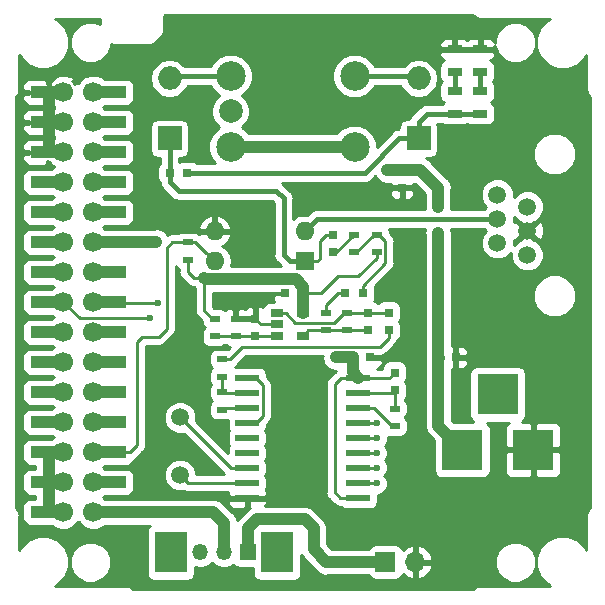
<source format=gtl>
G04 #@! TF.GenerationSoftware,KiCad,Pcbnew,(5.0.2)-1*
G04 #@! TF.CreationDate,2019-02-20T01:19:09+09:00*
G04 #@! TF.ProjectId,M5Hackfon,4d354861-636b-4666-9f6e-2e6b69636164,v1.2*
G04 #@! TF.SameCoordinates,Original*
G04 #@! TF.FileFunction,Copper,L1,Top*
G04 #@! TF.FilePolarity,Positive*
%FSLAX46Y46*%
G04 Gerber Fmt 4.6, Leading zero omitted, Abs format (unit mm)*
G04 Created by KiCad (PCBNEW (5.0.2)-1) date 2019/02/20 1:19:10*
%MOMM*%
%LPD*%
G01*
G04 APERTURE LIST*
G04 #@! TA.AperFunction,ComponentPad*
%ADD10C,1.500000*%
G04 #@! TD*
G04 #@! TA.AperFunction,SMDPad,CuDef*
%ADD11R,0.900000X0.500000*%
G04 #@! TD*
G04 #@! TA.AperFunction,SMDPad,CuDef*
%ADD12R,1.060000X0.650000*%
G04 #@! TD*
G04 #@! TA.AperFunction,SMDPad,CuDef*
%ADD13R,0.750000X0.800000*%
G04 #@! TD*
G04 #@! TA.AperFunction,ComponentPad*
%ADD14R,1.600000X1.600000*%
G04 #@! TD*
G04 #@! TA.AperFunction,ComponentPad*
%ADD15O,1.600000X1.600000*%
G04 #@! TD*
G04 #@! TA.AperFunction,ComponentPad*
%ADD16C,2.000000*%
G04 #@! TD*
G04 #@! TA.AperFunction,ComponentPad*
%ADD17C,2.499360*%
G04 #@! TD*
G04 #@! TA.AperFunction,ComponentPad*
%ADD18C,1.520000*%
G04 #@! TD*
G04 #@! TA.AperFunction,ComponentPad*
%ADD19R,3.500000X3.500000*%
G04 #@! TD*
G04 #@! TA.AperFunction,ComponentPad*
%ADD20C,1.700000*%
G04 #@! TD*
G04 #@! TA.AperFunction,ComponentPad*
%ADD21C,0.800000*%
G04 #@! TD*
G04 #@! TA.AperFunction,SMDPad,CuDef*
%ADD22R,3.150000X1.000000*%
G04 #@! TD*
G04 #@! TA.AperFunction,ComponentPad*
%ADD23R,2.800000X3.500000*%
G04 #@! TD*
G04 #@! TA.AperFunction,ComponentPad*
%ADD24O,1.350000X1.350000*%
G04 #@! TD*
G04 #@! TA.AperFunction,ComponentPad*
%ADD25R,1.350000X1.350000*%
G04 #@! TD*
G04 #@! TA.AperFunction,SMDPad,CuDef*
%ADD26R,0.800000X0.750000*%
G04 #@! TD*
G04 #@! TA.AperFunction,ComponentPad*
%ADD27R,1.700000X1.700000*%
G04 #@! TD*
G04 #@! TA.AperFunction,ComponentPad*
%ADD28O,1.700000X1.700000*%
G04 #@! TD*
G04 #@! TA.AperFunction,ComponentPad*
%ADD29R,2.000000X2.000000*%
G04 #@! TD*
G04 #@! TA.AperFunction,ComponentPad*
%ADD30O,2.000000X2.000000*%
G04 #@! TD*
G04 #@! TA.AperFunction,SMDPad,CuDef*
%ADD31R,2.000000X0.600000*%
G04 #@! TD*
G04 #@! TA.AperFunction,SMDPad,CuDef*
%ADD32R,1.300000X0.700000*%
G04 #@! TD*
G04 #@! TA.AperFunction,ViaPad*
%ADD33C,0.600000*%
G04 #@! TD*
G04 #@! TA.AperFunction,Conductor*
%ADD34C,1.000000*%
G04 #@! TD*
G04 #@! TA.AperFunction,Conductor*
%ADD35C,0.250000*%
G04 #@! TD*
G04 #@! TA.AperFunction,Conductor*
%ADD36C,0.400000*%
G04 #@! TD*
G04 #@! TA.AperFunction,Conductor*
%ADD37C,0.254000*%
G04 #@! TD*
G04 APERTURE END LIST*
D10*
G04 #@! TO.P,Y1,2*
G04 #@! TO.N,Net-(U5-Pad8)*
X118605000Y-122640000D03*
G04 #@! TO.P,Y1,1*
G04 #@! TO.N,Net-(U5-Pad7)*
X118605000Y-117760000D03*
G04 #@! TD*
D11*
G04 #@! TO.P,R8,1*
G04 #@! TO.N,Net-(R7-Pad2)*
X122161000Y-115613000D03*
G04 #@! TO.P,R8,2*
G04 #@! TO.N,Net-(R8-Pad2)*
X122161000Y-117113000D03*
G04 #@! TD*
D12*
G04 #@! TO.P,U1,5*
G04 #@! TO.N,+3V3*
X128976000Y-108936000D03*
G04 #@! TO.P,U1,4*
G04 #@! TO.N,Net-(C7-Pad1)*
X128976000Y-110836000D03*
G04 #@! TO.P,U1,3*
G04 #@! TO.N,Net-(C2-Pad1)*
X126776000Y-110836000D03*
G04 #@! TO.P,U1,2*
G04 #@! TO.N,GND*
X126776000Y-109886000D03*
G04 #@! TO.P,U1,1*
G04 #@! TO.N,Net-(C10-Pad1)*
X126776000Y-108936000D03*
G04 #@! TD*
D13*
G04 #@! TO.P,C2,2*
G04 #@! TO.N,GND*
X124955000Y-109390000D03*
G04 #@! TO.P,C2,1*
G04 #@! TO.N,Net-(C2-Pad1)*
X124955000Y-110890000D03*
G04 #@! TD*
D14*
G04 #@! TO.P,U7,1*
G04 #@! TO.N,Net-(C20-Pad2)*
X129146000Y-104552000D03*
D15*
G04 #@! TO.P,U7,3*
G04 #@! TO.N,GND*
X121526000Y-102012000D03*
G04 #@! TO.P,U7,2*
G04 #@! TO.N,Net-(J4-Pad3)*
X129146000Y-102012000D03*
G04 #@! TO.P,U7,4*
G04 #@! TO.N,fon_det*
X121526000Y-104552000D03*
G04 #@! TD*
D16*
G04 #@! TO.P,T1,4*
G04 #@! TO.N,N/C*
X122880000Y-91852000D03*
D17*
G04 #@! TO.P,T1,5*
G04 #@! TO.N,+15V*
X122880000Y-94852000D03*
G04 #@! TO.P,T1,3*
G04 #@! TO.N,Net-(D5-Pad2)*
X122880000Y-88852000D03*
G04 #@! TO.P,T1,2*
G04 #@! TO.N,Net-(D4-Pad2)*
X133380000Y-88852000D03*
G04 #@! TO.P,T1,1*
G04 #@! TO.N,+15V*
X133380000Y-94852000D03*
G04 #@! TD*
D18*
G04 #@! TO.P,J4,2*
G04 #@! TO.N,N/C*
X148000000Y-99920000D03*
G04 #@! TO.P,J4,4*
G04 #@! TO.N,GND*
X148000000Y-101960000D03*
G04 #@! TO.P,J4,6*
G04 #@! TO.N,N/C*
X148000000Y-104000000D03*
G04 #@! TO.P,J4,1*
X145460000Y-98900000D03*
G04 #@! TO.P,J4,5*
X145460000Y-102980000D03*
G04 #@! TO.P,J4,3*
G04 #@! TO.N,Net-(J4-Pad3)*
X145460000Y-100940000D03*
G04 #@! TD*
D19*
G04 #@! TO.P,J2,3*
G04 #@! TO.N,N/C*
X145500000Y-115800000D03*
G04 #@! TO.P,J2,2*
G04 #@! TO.N,GND*
X148500000Y-120500000D03*
G04 #@! TO.P,J2,1*
G04 #@! TO.N,+15V*
X142500000Y-120500000D03*
G04 #@! TD*
D20*
G04 #@! TO.P,J1,30*
G04 #@! TO.N,Net-(J1-Pad30)*
X111270000Y-125780000D03*
G04 #@! TO.P,J1,29*
G04 #@! TO.N,Net-(J1-Pad25)*
X108730000Y-125780000D03*
G04 #@! TO.P,J1,28*
G04 #@! TO.N,Net-(J1-Pad28)*
X111270000Y-123240000D03*
G04 #@! TO.P,J1,27*
G04 #@! TO.N,Net-(J1-Pad25)*
X108730000Y-123240000D03*
G04 #@! TO.P,J1,26*
G04 #@! TO.N,fon_det*
X111270000Y-120700000D03*
G04 #@! TO.P,J1,25*
G04 #@! TO.N,Net-(J1-Pad25)*
X108730000Y-120700000D03*
G04 #@! TO.P,J1,24*
G04 #@! TO.N,Net-(J1-Pad24)*
X111270000Y-118160000D03*
G04 #@! TO.P,J1,23*
G04 #@! TO.N,Net-(J1-Pad23)*
X108730000Y-118160000D03*
G04 #@! TO.P,J1,22*
G04 #@! TO.N,G13*
X111270000Y-115620000D03*
G04 #@! TO.P,J1,21*
G04 #@! TO.N,Net-(J1-Pad21)*
X108730000Y-115620000D03*
G04 #@! TO.P,J1,20*
G04 #@! TO.N,Net-(J1-Pad20)*
X111270000Y-113080000D03*
G04 #@! TO.P,J1,19*
G04 #@! TO.N,Net-(J1-Pad19)*
X108730000Y-113080000D03*
G04 #@! TO.P,J1,18*
G04 #@! TO.N,Net-(J1-Pad18)*
X111270000Y-110540000D03*
G04 #@! TO.P,J1,17*
G04 #@! TO.N,Net-(J1-Pad17)*
X108730000Y-110540000D03*
G04 #@! TO.P,J1,16*
G04 #@! TO.N,G17*
X111270000Y-108000000D03*
G04 #@! TO.P,J1,15*
G04 #@! TO.N,G16*
X108730000Y-108000000D03*
G04 #@! TO.P,J1,14*
G04 #@! TO.N,Net-(J1-Pad14)*
X111270000Y-105460000D03*
G04 #@! TO.P,J1,13*
G04 #@! TO.N,Net-(J1-Pad13)*
X108730000Y-105460000D03*
G04 #@! TO.P,J1,12*
G04 #@! TO.N,+3V3*
X111270000Y-102920000D03*
G04 #@! TO.P,J1,11*
G04 #@! TO.N,Net-(J1-Pad11)*
X108730000Y-102920000D03*
G04 #@! TO.P,J1,10*
G04 #@! TO.N,Net-(J1-Pad10)*
X111270000Y-100380000D03*
G04 #@! TO.P,J1,9*
G04 #@! TO.N,Net-(J1-Pad9)*
X108730000Y-100380000D03*
G04 #@! TO.P,J1,8*
G04 #@! TO.N,Net-(J1-Pad8)*
X111270000Y-97840000D03*
G04 #@! TO.P,J1,7*
G04 #@! TO.N,Net-(J1-Pad7)*
X108730000Y-97840000D03*
G04 #@! TO.P,J1,6*
G04 #@! TO.N,Net-(J1-Pad6)*
X111270000Y-95300000D03*
G04 #@! TO.P,J1,5*
G04 #@! TO.N,GND*
X108730000Y-95300000D03*
G04 #@! TO.P,J1,4*
G04 #@! TO.N,G36*
X111270000Y-92760000D03*
G04 #@! TO.P,J1,3*
G04 #@! TO.N,GND*
X108730000Y-92760000D03*
G04 #@! TO.P,J1,2*
G04 #@! TO.N,G35*
X111270000Y-90220000D03*
G04 #@! TO.P,J1,1*
G04 #@! TO.N,GND*
X108730000Y-90220000D03*
D21*
G04 #@! TO.P,J1,30*
G04 #@! TO.N,Net-(J1-Pad30)*
X113175000Y-125780000D03*
G04 #@! TO.P,J1,28*
G04 #@! TO.N,Net-(J1-Pad28)*
X113175000Y-123240000D03*
G04 #@! TO.P,J1,26*
G04 #@! TO.N,fon_det*
X113175000Y-120700000D03*
G04 #@! TO.P,J1,24*
G04 #@! TO.N,Net-(J1-Pad24)*
X113175000Y-118160000D03*
G04 #@! TO.P,J1,22*
G04 #@! TO.N,G13*
X113175000Y-115620000D03*
G04 #@! TO.P,J1,20*
G04 #@! TO.N,Net-(J1-Pad20)*
X113175000Y-113080000D03*
G04 #@! TO.P,J1,18*
G04 #@! TO.N,Net-(J1-Pad18)*
X113175000Y-110540000D03*
G04 #@! TO.P,J1,16*
G04 #@! TO.N,G17*
X113175000Y-108000000D03*
G04 #@! TO.P,J1,14*
G04 #@! TO.N,Net-(J1-Pad14)*
X113175000Y-105460000D03*
G04 #@! TO.P,J1,12*
G04 #@! TO.N,+3V3*
X113175000Y-102920000D03*
G04 #@! TO.P,J1,10*
G04 #@! TO.N,Net-(J1-Pad10)*
X113175000Y-100380000D03*
G04 #@! TO.P,J1,8*
G04 #@! TO.N,Net-(J1-Pad8)*
X113175000Y-97840000D03*
G04 #@! TO.P,J1,6*
G04 #@! TO.N,Net-(J1-Pad6)*
X113175000Y-95300000D03*
G04 #@! TO.P,J1,4*
G04 #@! TO.N,G36*
X113175000Y-92760000D03*
G04 #@! TO.P,J1,2*
G04 #@! TO.N,G35*
X113175000Y-90220000D03*
G04 #@! TO.P,J1,29*
G04 #@! TO.N,Net-(J1-Pad25)*
X106825000Y-125780000D03*
G04 #@! TO.P,J1,27*
X106825000Y-123240000D03*
G04 #@! TO.P,J1,25*
X106825000Y-120700000D03*
G04 #@! TO.P,J1,23*
G04 #@! TO.N,Net-(J1-Pad23)*
X106825000Y-118160000D03*
G04 #@! TO.P,J1,21*
G04 #@! TO.N,Net-(J1-Pad21)*
X106825000Y-115620000D03*
G04 #@! TO.P,J1,19*
G04 #@! TO.N,Net-(J1-Pad19)*
X106825000Y-113080000D03*
G04 #@! TO.P,J1,17*
G04 #@! TO.N,Net-(J1-Pad17)*
X106825000Y-110540000D03*
G04 #@! TO.P,J1,15*
G04 #@! TO.N,G16*
X106825000Y-108000000D03*
G04 #@! TO.P,J1,13*
G04 #@! TO.N,Net-(J1-Pad13)*
X106825000Y-105460000D03*
G04 #@! TO.P,J1,11*
G04 #@! TO.N,Net-(J1-Pad11)*
X106825000Y-102920000D03*
G04 #@! TO.P,J1,9*
G04 #@! TO.N,Net-(J1-Pad9)*
X106825000Y-100380000D03*
G04 #@! TO.P,J1,7*
G04 #@! TO.N,Net-(J1-Pad7)*
X106825000Y-97840000D03*
G04 #@! TO.P,J1,5*
G04 #@! TO.N,GND*
X106825000Y-95300000D03*
G04 #@! TO.P,J1,3*
X106825000Y-92760000D03*
D22*
G04 #@! TO.P,J1,30*
G04 #@! TO.N,Net-(J1-Pad30)*
X112525000Y-125780000D03*
G04 #@! TO.P,J1,29*
G04 #@! TO.N,Net-(J1-Pad25)*
X107475000Y-125780000D03*
G04 #@! TO.P,J1,28*
G04 #@! TO.N,Net-(J1-Pad28)*
X112525000Y-123240000D03*
G04 #@! TO.P,J1,27*
G04 #@! TO.N,Net-(J1-Pad25)*
X107475000Y-123240000D03*
G04 #@! TO.P,J1,26*
G04 #@! TO.N,fon_det*
X112525000Y-120700000D03*
G04 #@! TO.P,J1,25*
G04 #@! TO.N,Net-(J1-Pad25)*
X107475000Y-120700000D03*
G04 #@! TO.P,J1,24*
G04 #@! TO.N,Net-(J1-Pad24)*
X112525000Y-118160000D03*
G04 #@! TO.P,J1,23*
G04 #@! TO.N,Net-(J1-Pad23)*
X107475000Y-118160000D03*
G04 #@! TO.P,J1,22*
G04 #@! TO.N,G13*
X112525000Y-115620000D03*
G04 #@! TO.P,J1,21*
G04 #@! TO.N,Net-(J1-Pad21)*
X107475000Y-115620000D03*
G04 #@! TO.P,J1,20*
G04 #@! TO.N,Net-(J1-Pad20)*
X112525000Y-113080000D03*
G04 #@! TO.P,J1,19*
G04 #@! TO.N,Net-(J1-Pad19)*
X107475000Y-113080000D03*
G04 #@! TO.P,J1,18*
G04 #@! TO.N,Net-(J1-Pad18)*
X112525000Y-110540000D03*
G04 #@! TO.P,J1,17*
G04 #@! TO.N,Net-(J1-Pad17)*
X107475000Y-110540000D03*
G04 #@! TO.P,J1,16*
G04 #@! TO.N,G17*
X112525000Y-108000000D03*
G04 #@! TO.P,J1,15*
G04 #@! TO.N,G16*
X107475000Y-108000000D03*
G04 #@! TO.P,J1,14*
G04 #@! TO.N,Net-(J1-Pad14)*
X112525000Y-105460000D03*
G04 #@! TO.P,J1,13*
G04 #@! TO.N,Net-(J1-Pad13)*
X107475000Y-105460000D03*
G04 #@! TO.P,J1,12*
G04 #@! TO.N,+3V3*
X112525000Y-102920000D03*
G04 #@! TO.P,J1,10*
G04 #@! TO.N,Net-(J1-Pad10)*
X112525000Y-100380000D03*
G04 #@! TO.P,J1,8*
G04 #@! TO.N,Net-(J1-Pad8)*
X112525000Y-97840000D03*
G04 #@! TO.P,J1,6*
G04 #@! TO.N,Net-(J1-Pad6)*
X112525000Y-95300000D03*
G04 #@! TO.P,J1,4*
G04 #@! TO.N,G36*
X112525000Y-92760000D03*
G04 #@! TO.P,J1,2*
G04 #@! TO.N,G35*
X112525000Y-90220000D03*
D21*
G04 #@! TO.P,J1,1*
G04 #@! TO.N,GND*
X106825000Y-90220000D03*
D22*
G04 #@! TO.P,J1,3*
X107475000Y-92760000D03*
G04 #@! TO.P,J1,5*
X107475000Y-95300000D03*
G04 #@! TO.P,J1,7*
G04 #@! TO.N,Net-(J1-Pad7)*
X107475000Y-97840000D03*
G04 #@! TO.P,J1,9*
G04 #@! TO.N,Net-(J1-Pad9)*
X107475000Y-100380000D03*
G04 #@! TO.P,J1,11*
G04 #@! TO.N,Net-(J1-Pad11)*
X107475000Y-102920000D03*
G04 #@! TO.P,J1,1*
G04 #@! TO.N,GND*
X107475000Y-90220000D03*
G04 #@! TD*
D23*
G04 #@! TO.P,SW1,GND*
G04 #@! TO.N,N/C*
X126820000Y-129190000D03*
D24*
G04 #@! TO.P,SW1,3*
X120320000Y-129190000D03*
G04 #@! TO.P,SW1,2*
G04 #@! TO.N,Net-(J1-Pad30)*
X122320000Y-129190000D03*
D25*
G04 #@! TO.P,SW1,1*
G04 #@! TO.N,Net-(J3-Pad1)*
X124320000Y-129190000D03*
D23*
G04 #@! TO.P,SW1,GND*
G04 #@! TO.N,N/C*
X117820000Y-129190000D03*
G04 #@! TD*
D11*
G04 #@! TO.P,R4,1*
G04 #@! TO.N,+3V3*
X121526000Y-109390000D03*
G04 #@! TO.P,R4,2*
G04 #@! TO.N,Net-(C2-Pad1)*
X121526000Y-110890000D03*
G04 #@! TD*
D26*
G04 #@! TO.P,C1,2*
G04 #@! TO.N,Net-(C1-Pad2)*
X132587000Y-107219000D03*
G04 #@! TO.P,C1,1*
G04 #@! TO.N,Net-(C1-Pad1)*
X134087000Y-107219000D03*
G04 #@! TD*
D13*
G04 #@! TO.P,C7,1*
G04 #@! TO.N,Net-(C7-Pad1)*
X134480000Y-110382000D03*
G04 #@! TO.P,C7,2*
G04 #@! TO.N,Net-(C10-Pad1)*
X134480000Y-108882000D03*
G04 #@! TD*
D11*
G04 #@! TO.P,R1,1*
G04 #@! TO.N,tone_det*
X133337000Y-102278000D03*
G04 #@! TO.P,R1,2*
G04 #@! TO.N,Net-(C1-Pad1)*
X133337000Y-103778000D03*
G04 #@! TD*
G04 #@! TO.P,R2,1*
G04 #@! TO.N,+3V3*
X135242000Y-103778000D03*
G04 #@! TO.P,R2,2*
G04 #@! TO.N,Net-(C1-Pad1)*
X135242000Y-102278000D03*
G04 #@! TD*
G04 #@! TO.P,R3,1*
G04 #@! TO.N,Net-(C1-Pad2)*
X130924000Y-108882000D03*
G04 #@! TO.P,R3,2*
G04 #@! TO.N,Net-(C7-Pad1)*
X130924000Y-110382000D03*
G04 #@! TD*
D27*
G04 #@! TO.P,J3,1*
G04 #@! TO.N,Net-(J3-Pad1)*
X136000000Y-130000000D03*
D28*
G04 #@! TO.P,J3,2*
G04 #@! TO.N,GND*
X138540000Y-130000000D03*
G04 #@! TD*
D26*
G04 #@! TO.P,C9,2*
G04 #@! TO.N,GND*
X134722000Y-112680000D03*
G04 #@! TO.P,C9,1*
G04 #@! TO.N,+3V3*
X133222000Y-112680000D03*
G04 #@! TD*
D13*
G04 #@! TO.P,C10,2*
G04 #@! TO.N,Net-(C10-Pad2)*
X136258000Y-110382000D03*
G04 #@! TO.P,C10,1*
G04 #@! TO.N,Net-(C10-Pad1)*
X136258000Y-108882000D03*
G04 #@! TD*
G04 #@! TO.P,C19,1*
G04 #@! TO.N,+3V3*
X136766000Y-113962000D03*
G04 #@! TO.P,C19,2*
G04 #@! TO.N,Net-(C19-Pad2)*
X136766000Y-115462000D03*
G04 #@! TD*
D26*
G04 #@! TO.P,C27,1*
G04 #@! TO.N,+3V3*
X129007000Y-107219000D03*
G04 #@! TO.P,C27,2*
G04 #@! TO.N,GND*
X127507000Y-107219000D03*
G04 #@! TD*
D29*
G04 #@! TO.P,D4,1*
G04 #@! TO.N,Net-(C20-Pad1)*
X138798000Y-94138000D03*
D30*
G04 #@! TO.P,D4,2*
G04 #@! TO.N,Net-(D4-Pad2)*
X138798000Y-89058000D03*
G04 #@! TD*
G04 #@! TO.P,D5,2*
G04 #@! TO.N,Net-(D5-Pad2)*
X117716000Y-89058000D03*
D29*
G04 #@! TO.P,D5,1*
G04 #@! TO.N,Net-(C20-Pad2)*
X117716000Y-94138000D03*
G04 #@! TD*
D11*
G04 #@! TO.P,R5,2*
G04 #@! TO.N,GND*
X123304000Y-109390000D03*
G04 #@! TO.P,R5,1*
G04 #@! TO.N,Net-(C2-Pad1)*
X123304000Y-110890000D03*
G04 #@! TD*
G04 #@! TO.P,R6,1*
G04 #@! TO.N,Net-(C7-Pad1)*
X132702000Y-110382000D03*
G04 #@! TO.P,R6,2*
G04 #@! TO.N,Net-(C10-Pad1)*
X132702000Y-108882000D03*
G04 #@! TD*
G04 #@! TO.P,R7,2*
G04 #@! TO.N,Net-(R7-Pad2)*
X122161000Y-114319000D03*
G04 #@! TO.P,R7,1*
G04 #@! TO.N,Net-(C10-Pad2)*
X122161000Y-112819000D03*
G04 #@! TD*
G04 #@! TO.P,R10,2*
G04 #@! TO.N,Net-(C19-Pad2)*
X136766000Y-117010000D03*
G04 #@! TO.P,R10,1*
G04 #@! TO.N,Net-(R10-Pad1)*
X136766000Y-118510000D03*
G04 #@! TD*
G04 #@! TO.P,R18,2*
G04 #@! TO.N,+3V3*
X119240000Y-104413000D03*
G04 #@! TO.P,R18,1*
G04 #@! TO.N,fon_det*
X119240000Y-102913000D03*
G04 #@! TD*
D31*
G04 #@! TO.P,U5,18*
G04 #@! TO.N,+3V3*
X133700000Y-114420000D03*
G04 #@! TO.P,U5,17*
G04 #@! TO.N,Net-(C19-Pad2)*
X133700000Y-115690000D03*
G04 #@! TO.P,U5,16*
G04 #@! TO.N,Net-(R10-Pad1)*
X133700000Y-116960000D03*
G04 #@! TO.P,U5,15*
G04 #@! TO.N,G17*
X133700000Y-118230000D03*
G04 #@! TO.P,U5,14*
G04 #@! TO.N,G16*
X133700000Y-119500000D03*
G04 #@! TO.P,U5,13*
G04 #@! TO.N,G35*
X133700000Y-120770000D03*
G04 #@! TO.P,U5,12*
G04 #@! TO.N,G36*
X133700000Y-122040000D03*
G04 #@! TO.P,U5,11*
G04 #@! TO.N,G13*
X133700000Y-123310000D03*
G04 #@! TO.P,U5,10*
G04 #@! TO.N,+3V3*
X133700000Y-124580000D03*
G04 #@! TO.P,U5,9*
G04 #@! TO.N,GND*
X124300000Y-124580000D03*
G04 #@! TO.P,U5,8*
G04 #@! TO.N,Net-(U5-Pad8)*
X124300000Y-123310000D03*
G04 #@! TO.P,U5,7*
G04 #@! TO.N,Net-(U5-Pad7)*
X124300000Y-122040000D03*
G04 #@! TO.P,U5,6*
G04 #@! TO.N,N/C*
X124300000Y-120770000D03*
G04 #@! TO.P,U5,5*
X124300000Y-119500000D03*
G04 #@! TO.P,U5,4*
G04 #@! TO.N,Net-(U5-Pad1)*
X124300000Y-118230000D03*
G04 #@! TO.P,U5,3*
G04 #@! TO.N,Net-(R8-Pad2)*
X124300000Y-116960000D03*
G04 #@! TO.P,U5,2*
G04 #@! TO.N,Net-(R7-Pad2)*
X124300000Y-115690000D03*
G04 #@! TO.P,U5,1*
G04 #@! TO.N,Net-(U5-Pad1)*
X124300000Y-114420000D03*
G04 #@! TD*
D13*
G04 #@! TO.P,C3,1*
G04 #@! TO.N,+15V*
X137401000Y-96817000D03*
G04 #@! TO.P,C3,2*
G04 #@! TO.N,GND*
X137401000Y-98317000D03*
G04 #@! TD*
D26*
G04 #@! TO.P,C5,2*
G04 #@! TO.N,GND*
X141961000Y-112680000D03*
G04 #@! TO.P,C5,1*
G04 #@! TO.N,+15V*
X140461000Y-112680000D03*
G04 #@! TD*
G04 #@! TO.P,C20,1*
G04 #@! TO.N,Net-(C20-Pad1)*
X119228000Y-97059000D03*
G04 #@! TO.P,C20,2*
G04 #@! TO.N,Net-(C20-Pad2)*
X117728000Y-97059000D03*
G04 #@! TD*
D13*
G04 #@! TO.P,C22,2*
G04 #@! TO.N,tone_det*
X131559000Y-103778000D03*
G04 #@! TO.P,C22,1*
G04 #@! TO.N,Net-(C20-Pad2)*
X131559000Y-102278000D03*
G04 #@! TD*
D32*
G04 #@! TO.P,R11,2*
G04 #@! TO.N,Net-(C20-Pad1)*
X141846000Y-92040000D03*
G04 #@! TO.P,R11,1*
G04 #@! TO.N,Net-(R11-Pad1)*
X141846000Y-90140000D03*
G04 #@! TD*
G04 #@! TO.P,R12,1*
G04 #@! TO.N,GND*
X141846000Y-86584000D03*
G04 #@! TO.P,R12,2*
G04 #@! TO.N,Net-(R11-Pad1)*
X141846000Y-88484000D03*
G04 #@! TD*
G04 #@! TO.P,R13,2*
G04 #@! TO.N,Net-(C20-Pad1)*
X144005000Y-92040000D03*
G04 #@! TO.P,R13,1*
G04 #@! TO.N,Net-(R13-Pad1)*
X144005000Y-90140000D03*
G04 #@! TD*
G04 #@! TO.P,R14,1*
G04 #@! TO.N,GND*
X144005000Y-86584000D03*
G04 #@! TO.P,R14,2*
G04 #@! TO.N,Net-(R13-Pad1)*
X144005000Y-88484000D03*
G04 #@! TD*
D33*
G04 #@! TO.N,GND*
X128130000Y-92995000D03*
X129400000Y-98583000D03*
X128130000Y-89058000D03*
X128130000Y-84740000D03*
X117716000Y-91471000D03*
X118097000Y-100361000D03*
X125336000Y-101377000D03*
X125463000Y-104298000D03*
X123304000Y-107854000D03*
X118605000Y-111410000D03*
X116446000Y-116998000D03*
X120637000Y-116871000D03*
X116573000Y-124110000D03*
X130416000Y-119538000D03*
X126860000Y-119411000D03*
X114668000Y-128301000D03*
X114668000Y-130714000D03*
X126860000Y-114458000D03*
X130416000Y-114458000D03*
X137274000Y-120935000D03*
X137250000Y-124750000D03*
X150228000Y-124491000D03*
X150355000Y-117125000D03*
X150482000Y-110902000D03*
X143497000Y-110648000D03*
X138163000Y-102901000D03*
X138163000Y-106584000D03*
X138671000Y-113442000D03*
X138671000Y-116871000D03*
X150990000Y-92868000D03*
X150863000Y-88804000D03*
X146291000Y-88804000D03*
X146291000Y-92741000D03*
X142227000Y-94392000D03*
X142227000Y-96297000D03*
X147561000Y-98329000D03*
X148000000Y-106250000D03*
X126352000Y-124618000D03*
X130289000Y-124618000D03*
X125082000Y-107727000D03*
X135877000Y-99218000D03*
X138798000Y-99218000D03*
X132702000Y-99218000D03*
G04 #@! TO.N,+15V*
X140449000Y-102139000D03*
X140449000Y-99980000D03*
X136131000Y-96805000D03*
G04 #@! TO.N,+3V3*
X116573000Y-102901000D03*
X120637000Y-105949000D03*
X128384000Y-106076000D03*
X131813000Y-112680000D03*
G04 #@! TO.N,G35*
X135250000Y-120750000D03*
G04 #@! TO.N,G36*
X135250000Y-122000000D03*
G04 #@! TO.N,G16*
X135242000Y-119538000D03*
X116094990Y-109378000D03*
G04 #@! TO.N,G17*
X135242000Y-118268000D03*
X116700000Y-108108000D03*
G04 #@! TO.N,G13*
X135242000Y-123348000D03*
G04 #@! TD*
D34*
G04 #@! TO.N,GND*
X107475000Y-92760000D02*
X107475000Y-95300000D01*
X107475000Y-90220000D02*
X107475000Y-92760000D01*
D35*
X107475000Y-90220000D02*
X107780000Y-90220000D01*
D36*
X144005000Y-86584000D02*
X141846000Y-86584000D01*
D35*
X125451000Y-109886000D02*
X126776000Y-109886000D01*
X124955000Y-109390000D02*
X125451000Y-109886000D01*
X123304000Y-109390000D02*
X124955000Y-109390000D01*
D36*
X112702000Y-88169000D02*
X114287000Y-86584000D01*
X107475000Y-89320000D02*
X108626000Y-88169000D01*
X141846000Y-86584000D02*
X114287000Y-86584000D01*
X108626000Y-88169000D02*
X112702000Y-88169000D01*
X107475000Y-90220000D02*
X107475000Y-89320000D01*
D35*
G04 #@! TO.N,Net-(C7-Pad1)*
X132702000Y-110382000D02*
X134480000Y-110382000D01*
X130924000Y-110382000D02*
X132702000Y-110382000D01*
X129430000Y-110382000D02*
X128976000Y-110836000D01*
X130924000Y-110382000D02*
X129430000Y-110382000D01*
D34*
G04 #@! TO.N,Net-(J1-Pad25)*
X107475000Y-123240000D02*
X107475000Y-125780000D01*
X107475000Y-120700000D02*
X107475000Y-123240000D01*
G04 #@! TO.N,Net-(J1-Pad30)*
X112532000Y-125773000D02*
X112525000Y-125780000D01*
X122320000Y-126682000D02*
X122320000Y-129190000D01*
X113175000Y-125780000D02*
X121418000Y-125780000D01*
X121418000Y-125780000D02*
X122320000Y-126682000D01*
G04 #@! TO.N,Net-(J3-Pad1)*
X131000000Y-130000000D02*
X136000000Y-130000000D01*
X124320000Y-127158000D02*
X125082000Y-126396000D01*
X124320000Y-129190000D02*
X124320000Y-127158000D01*
X125082000Y-126396000D02*
X129146000Y-126396000D01*
X129146000Y-126396000D02*
X129908000Y-127158000D01*
X129908000Y-127158000D02*
X129908000Y-128908000D01*
X129908000Y-128908000D02*
X131000000Y-130000000D01*
D35*
G04 #@! TO.N,Net-(C1-Pad2)*
X130924000Y-108382000D02*
X130924000Y-108882000D01*
X130924000Y-108232000D02*
X130924000Y-108382000D01*
X131937000Y-107219000D02*
X130924000Y-108232000D01*
X132587000Y-107219000D02*
X131937000Y-107219000D01*
G04 #@! TO.N,Net-(C1-Pad1)*
X135042000Y-102278000D02*
X135242000Y-102278000D01*
X133542000Y-103778000D02*
X135042000Y-102278000D01*
X133337000Y-103778000D02*
X133542000Y-103778000D01*
X134087000Y-106594000D02*
X134087000Y-107219000D01*
X135997001Y-104683999D02*
X134087000Y-106594000D01*
X135997001Y-102833001D02*
X135997001Y-104683999D01*
X135442000Y-102278000D02*
X135997001Y-102833001D01*
X135242000Y-102278000D02*
X135442000Y-102278000D01*
G04 #@! TO.N,Net-(C2-Pad1)*
X125009000Y-110836000D02*
X124955000Y-110890000D01*
X126776000Y-110836000D02*
X125009000Y-110836000D01*
X124955000Y-110890000D02*
X123304000Y-110890000D01*
X121526000Y-110890000D02*
X123304000Y-110890000D01*
D34*
G04 #@! TO.N,+15V*
X122880000Y-94852000D02*
X133380000Y-94852000D01*
X140500000Y-112719000D02*
X140461000Y-112680000D01*
X140461000Y-112680000D02*
X140461000Y-102151000D01*
X140461000Y-102151000D02*
X140449000Y-102139000D01*
X140449000Y-99980000D02*
X140449000Y-98329000D01*
X138937000Y-96817000D02*
X137401000Y-96817000D01*
X140449000Y-98329000D02*
X138937000Y-96817000D01*
X137401000Y-96817000D02*
X136143000Y-96817000D01*
X136143000Y-96817000D02*
X136131000Y-96805000D01*
X140461000Y-118461000D02*
X142500000Y-120500000D01*
X140461000Y-112680000D02*
X140461000Y-118461000D01*
D35*
G04 #@! TO.N,Net-(C10-Pad1)*
X134480000Y-108882000D02*
X136258000Y-108882000D01*
X132702000Y-108882000D02*
X134480000Y-108882000D01*
X131642991Y-109741009D02*
X128361009Y-109741009D01*
X127556000Y-108936000D02*
X126776000Y-108936000D01*
X132502000Y-108882000D02*
X131642991Y-109741009D01*
X128361009Y-109741009D02*
X127556000Y-108936000D01*
X132702000Y-108882000D02*
X132502000Y-108882000D01*
G04 #@! TO.N,+3V3*
X132232000Y-114420000D02*
X133700000Y-114420000D01*
X131686000Y-114966000D02*
X132232000Y-114420000D01*
X132156000Y-124580000D02*
X133700000Y-124580000D01*
X131686000Y-124110000D02*
X132156000Y-124580000D01*
X131686000Y-114966000D02*
X131686000Y-124110000D01*
X136308000Y-114420000D02*
X136766000Y-113962000D01*
X133700000Y-114420000D02*
X136308000Y-114420000D01*
D34*
X133222000Y-113942000D02*
X133700000Y-114420000D01*
X133222000Y-112680000D02*
X133222000Y-113942000D01*
D35*
X119167000Y-104564000D02*
X119155000Y-104552000D01*
X119367000Y-104564000D02*
X119167000Y-104564000D01*
D34*
X113175000Y-102920000D02*
X116554000Y-102920000D01*
X116554000Y-102920000D02*
X116573000Y-102901000D01*
D35*
X120637000Y-105949000D02*
X119748000Y-105949000D01*
X119240000Y-105441000D02*
X119240000Y-104413000D01*
X119748000Y-105949000D02*
X119240000Y-105441000D01*
X135242000Y-104278000D02*
X133698000Y-105822000D01*
X135242000Y-103778000D02*
X135242000Y-104278000D01*
X133698000Y-105822000D02*
X131940000Y-105822000D01*
X130543000Y-107219000D02*
X129007000Y-107219000D01*
X131940000Y-105822000D02*
X130543000Y-107219000D01*
D34*
X129007000Y-108905000D02*
X128976000Y-108936000D01*
X129007000Y-107219000D02*
X129007000Y-108905000D01*
X129007000Y-107219000D02*
X129007000Y-106699000D01*
X129007000Y-106699000D02*
X128384000Y-106076000D01*
X131813000Y-112680000D02*
X133222000Y-112680000D01*
X120764000Y-106076000D02*
X120637000Y-105949000D01*
X128384000Y-106076000D02*
X120764000Y-106076000D01*
D35*
X121326000Y-109390000D02*
X121526000Y-109390000D01*
X120637000Y-108701000D02*
X121326000Y-109390000D01*
X120637000Y-105949000D02*
X120637000Y-108701000D01*
G04 #@! TO.N,Net-(C10-Pad2)*
X136258000Y-111032000D02*
X135499000Y-111791000D01*
X136258000Y-110382000D02*
X136258000Y-111032000D01*
X122861000Y-112819000D02*
X122161000Y-112819000D01*
X123889000Y-111791000D02*
X122861000Y-112819000D01*
X135499000Y-111791000D02*
X123889000Y-111791000D01*
G04 #@! TO.N,Net-(C19-Pad2)*
X136766000Y-117010000D02*
X136766000Y-115462000D01*
X136538000Y-115690000D02*
X136766000Y-115462000D01*
X133700000Y-115690000D02*
X136538000Y-115690000D01*
D36*
G04 #@! TO.N,Net-(C20-Pad1)*
X140796000Y-92040000D02*
X141846000Y-92040000D01*
X139496000Y-92040000D02*
X140796000Y-92040000D01*
X138798000Y-92738000D02*
X139496000Y-92040000D01*
X138798000Y-94138000D02*
X138798000Y-92738000D01*
X141846000Y-92040000D02*
X144005000Y-92040000D01*
X137172478Y-94138000D02*
X134251478Y-97059000D01*
X134251478Y-97059000D02*
X120028000Y-97059000D01*
X138798000Y-94138000D02*
X137172478Y-94138000D01*
X120028000Y-97059000D02*
X119228000Y-97059000D01*
G04 #@! TO.N,Net-(C20-Pad2)*
X117716000Y-97047000D02*
X117728000Y-97059000D01*
X117716000Y-94138000D02*
X117716000Y-97047000D01*
X117728000Y-97834000D02*
X118477000Y-98583000D01*
X117728000Y-97059000D02*
X117728000Y-97834000D01*
X118477000Y-98583000D02*
X126733000Y-98583000D01*
X126733000Y-98583000D02*
X127368000Y-99218000D01*
X127946000Y-104552000D02*
X129146000Y-104552000D01*
X127368000Y-103974000D02*
X127946000Y-104552000D01*
X127368000Y-99218000D02*
X127368000Y-103974000D01*
D35*
X130934000Y-102278000D02*
X130416000Y-102796000D01*
X131559000Y-102278000D02*
X130934000Y-102278000D01*
X130196000Y-104552000D02*
X129146000Y-104552000D01*
X130416000Y-104332000D02*
X130196000Y-104552000D01*
X130416000Y-102796000D02*
X130416000Y-104332000D01*
G04 #@! TO.N,tone_det*
X131837000Y-103778000D02*
X133337000Y-102278000D01*
X131559000Y-103778000D02*
X131837000Y-103778000D01*
D36*
G04 #@! TO.N,Net-(D4-Pad2)*
X138592000Y-88852000D02*
X138798000Y-89058000D01*
X133380000Y-88852000D02*
X138592000Y-88852000D01*
G04 #@! TO.N,Net-(D5-Pad2)*
X117922000Y-88852000D02*
X117716000Y-89058000D01*
X122880000Y-88852000D02*
X117922000Y-88852000D01*
D35*
G04 #@! TO.N,G35*
X135230000Y-120770000D02*
X135250000Y-120750000D01*
X133700000Y-120770000D02*
X135230000Y-120770000D01*
G04 #@! TO.N,G36*
X133700000Y-122040000D02*
X135210000Y-122040000D01*
X135210000Y-122040000D02*
X135250000Y-122000000D01*
G04 #@! TO.N,G16*
X135204000Y-119500000D02*
X135242000Y-119538000D01*
X133700000Y-119500000D02*
X135204000Y-119500000D01*
X108730000Y-108000000D02*
X110108000Y-109378000D01*
X110108000Y-109378000D02*
X115670726Y-109378000D01*
X115670726Y-109378000D02*
X116094990Y-109378000D01*
G04 #@! TO.N,G17*
X133700000Y-118230000D02*
X135204000Y-118230000D01*
X135204000Y-118230000D02*
X135242000Y-118268000D01*
X113283000Y-108108000D02*
X113175000Y-108000000D01*
X116700000Y-108108000D02*
X113283000Y-108108000D01*
G04 #@! TO.N,G13*
X133700000Y-123310000D02*
X135204000Y-123310000D01*
X135204000Y-123310000D02*
X135242000Y-123348000D01*
D36*
G04 #@! TO.N,fon_det*
X121514000Y-104564000D02*
X121526000Y-104552000D01*
D35*
X117462000Y-110267000D02*
X117462000Y-103409000D01*
X114350000Y-120700000D02*
X114922000Y-120128000D01*
X113175000Y-120700000D02*
X114350000Y-120700000D01*
X114922000Y-120128000D02*
X114922000Y-111410000D01*
X114922000Y-111410000D02*
X115418000Y-110914000D01*
X117958000Y-102913000D02*
X119240000Y-102913000D01*
X117462000Y-103409000D02*
X117958000Y-102913000D01*
X115418000Y-110914000D02*
X116815000Y-110914000D01*
X116815000Y-110914000D02*
X117462000Y-110267000D01*
X120726001Y-103752001D02*
X121526000Y-104552000D01*
X119887000Y-102913000D02*
X120726001Y-103752001D01*
X119240000Y-102913000D02*
X119887000Y-102913000D01*
D36*
G04 #@! TO.N,Net-(J4-Pad3)*
X130218000Y-100940000D02*
X129146000Y-102012000D01*
X130218000Y-100940000D02*
X145460000Y-100940000D01*
D35*
G04 #@! TO.N,Net-(R7-Pad2)*
X122238000Y-115690000D02*
X122161000Y-115613000D01*
X124300000Y-115690000D02*
X122238000Y-115690000D01*
X122161000Y-114319000D02*
X122161000Y-115613000D01*
G04 #@! TO.N,Net-(R8-Pad2)*
X122314000Y-116960000D02*
X122161000Y-117113000D01*
X124300000Y-116960000D02*
X122314000Y-116960000D01*
G04 #@! TO.N,Net-(R10-Pad1)*
X134950000Y-116960000D02*
X133700000Y-116960000D01*
X135016000Y-116960000D02*
X134950000Y-116960000D01*
X136566000Y-118510000D02*
X135016000Y-116960000D01*
X136766000Y-118510000D02*
X136566000Y-118510000D01*
D36*
G04 #@! TO.N,Net-(R11-Pad1)*
X141846000Y-90140000D02*
X141846000Y-88484000D01*
G04 #@! TO.N,Net-(R13-Pad1)*
X144005000Y-88484000D02*
X144005000Y-90140000D01*
D35*
G04 #@! TO.N,Net-(U5-Pad8)*
X119275000Y-123310000D02*
X118605000Y-122640000D01*
X124300000Y-123310000D02*
X119275000Y-123310000D01*
G04 #@! TO.N,Net-(U5-Pad7)*
X122885000Y-122040000D02*
X118605000Y-117760000D01*
X124300000Y-122040000D02*
X122885000Y-122040000D01*
G04 #@! TO.N,Net-(U5-Pad1)*
X125000000Y-118230000D02*
X124300000Y-118230000D01*
X125605001Y-117624999D02*
X125000000Y-118230000D01*
X125605001Y-115025001D02*
X125605001Y-117624999D01*
X125000000Y-114420000D02*
X125605001Y-115025001D01*
X124300000Y-114420000D02*
X125000000Y-114420000D01*
G04 #@! TD*
D37*
G04 #@! TO.N,GND*
G36*
X143448506Y-83752596D02*
X143488119Y-83811881D01*
X143722972Y-83968805D01*
X143930074Y-84010000D01*
X143930075Y-84010000D01*
X143999999Y-84023909D01*
X144069924Y-84010000D01*
X149963949Y-84010000D01*
X149733974Y-84105259D01*
X149105259Y-84733974D01*
X148765000Y-85555431D01*
X148765000Y-86444569D01*
X149105259Y-87266026D01*
X149733974Y-87894741D01*
X150555431Y-88235000D01*
X151444569Y-88235000D01*
X152266026Y-87894741D01*
X152894741Y-87266026D01*
X152990000Y-87036051D01*
X152990001Y-89930071D01*
X152976091Y-90000000D01*
X153023188Y-90236769D01*
X153031196Y-90277028D01*
X153188120Y-90511881D01*
X153247402Y-90551492D01*
X153290000Y-90594090D01*
X153290001Y-99430070D01*
X153290000Y-99430075D01*
X153290001Y-116430070D01*
X153290000Y-116430075D01*
X153290001Y-125405909D01*
X153247402Y-125448508D01*
X153188120Y-125488119D01*
X153128256Y-125577712D01*
X153031196Y-125722972D01*
X152976091Y-126000000D01*
X152990001Y-126069929D01*
X152990000Y-128963949D01*
X152894741Y-128733974D01*
X152266026Y-128105259D01*
X151444569Y-127765000D01*
X150555431Y-127765000D01*
X149733974Y-128105259D01*
X149105259Y-128733974D01*
X148765000Y-129555431D01*
X148765000Y-130444569D01*
X149105259Y-131266026D01*
X149733974Y-131894741D01*
X149963949Y-131990000D01*
X144069924Y-131990000D01*
X143999999Y-131976091D01*
X143930075Y-131990000D01*
X143930074Y-131990000D01*
X143722972Y-132031195D01*
X143488119Y-132188119D01*
X143448506Y-132247404D01*
X143405910Y-132290000D01*
X114594090Y-132290000D01*
X114551494Y-132247404D01*
X114511881Y-132188119D01*
X114277028Y-132031195D01*
X114069926Y-131990000D01*
X114069924Y-131990000D01*
X114000000Y-131976091D01*
X113930076Y-131990000D01*
X108036051Y-131990000D01*
X108266026Y-131894741D01*
X108894741Y-131266026D01*
X109235000Y-130444569D01*
X109235000Y-129654887D01*
X109265000Y-129654887D01*
X109265000Y-130345113D01*
X109529138Y-130982799D01*
X110017201Y-131470862D01*
X110654887Y-131735000D01*
X111345113Y-131735000D01*
X111982799Y-131470862D01*
X112470862Y-130982799D01*
X112735000Y-130345113D01*
X112735000Y-129654887D01*
X112470862Y-129017201D01*
X111982799Y-128529138D01*
X111345113Y-128265000D01*
X110654887Y-128265000D01*
X110017201Y-128529138D01*
X109529138Y-129017201D01*
X109265000Y-129654887D01*
X109235000Y-129654887D01*
X109235000Y-129555431D01*
X108894741Y-128733974D01*
X108266026Y-128105259D01*
X107444569Y-127765000D01*
X106555431Y-127765000D01*
X105733974Y-128105259D01*
X105105259Y-128733974D01*
X105010000Y-128963949D01*
X105010000Y-126069924D01*
X105023909Y-125999999D01*
X105002383Y-125891783D01*
X104968805Y-125722972D01*
X104811881Y-125488119D01*
X104752596Y-125448506D01*
X104710000Y-125405910D01*
X104710000Y-97340000D01*
X105252560Y-97340000D01*
X105252560Y-98340000D01*
X105301843Y-98587765D01*
X105442191Y-98797809D01*
X105652235Y-98938157D01*
X105900000Y-98987440D01*
X107777333Y-98987440D01*
X107888815Y-99098922D01*
X107915560Y-99110000D01*
X107888815Y-99121078D01*
X107777333Y-99232560D01*
X105900000Y-99232560D01*
X105652235Y-99281843D01*
X105442191Y-99422191D01*
X105301843Y-99632235D01*
X105252560Y-99880000D01*
X105252560Y-100880000D01*
X105301843Y-101127765D01*
X105442191Y-101337809D01*
X105652235Y-101478157D01*
X105900000Y-101527440D01*
X107777333Y-101527440D01*
X107888815Y-101638922D01*
X107915560Y-101650000D01*
X107888815Y-101661078D01*
X107777333Y-101772560D01*
X105900000Y-101772560D01*
X105652235Y-101821843D01*
X105442191Y-101962191D01*
X105301843Y-102172235D01*
X105252560Y-102420000D01*
X105252560Y-103420000D01*
X105301843Y-103667765D01*
X105442191Y-103877809D01*
X105652235Y-104018157D01*
X105900000Y-104067440D01*
X107777333Y-104067440D01*
X107888815Y-104178922D01*
X107915560Y-104190000D01*
X107888815Y-104201078D01*
X107777333Y-104312560D01*
X105900000Y-104312560D01*
X105652235Y-104361843D01*
X105442191Y-104502191D01*
X105301843Y-104712235D01*
X105252560Y-104960000D01*
X105252560Y-105960000D01*
X105301843Y-106207765D01*
X105442191Y-106417809D01*
X105652235Y-106558157D01*
X105900000Y-106607440D01*
X107777333Y-106607440D01*
X107888815Y-106718922D01*
X107915560Y-106730000D01*
X107888815Y-106741078D01*
X107777333Y-106852560D01*
X105900000Y-106852560D01*
X105652235Y-106901843D01*
X105442191Y-107042191D01*
X105301843Y-107252235D01*
X105252560Y-107500000D01*
X105252560Y-108500000D01*
X105301843Y-108747765D01*
X105442191Y-108957809D01*
X105652235Y-109098157D01*
X105900000Y-109147440D01*
X107777333Y-109147440D01*
X107888815Y-109258922D01*
X107915560Y-109270000D01*
X107888815Y-109281078D01*
X107777333Y-109392560D01*
X105900000Y-109392560D01*
X105652235Y-109441843D01*
X105442191Y-109582191D01*
X105301843Y-109792235D01*
X105252560Y-110040000D01*
X105252560Y-111040000D01*
X105301843Y-111287765D01*
X105442191Y-111497809D01*
X105652235Y-111638157D01*
X105900000Y-111687440D01*
X107777333Y-111687440D01*
X107888815Y-111798922D01*
X107915560Y-111810000D01*
X107888815Y-111821078D01*
X107777333Y-111932560D01*
X105900000Y-111932560D01*
X105652235Y-111981843D01*
X105442191Y-112122191D01*
X105301843Y-112332235D01*
X105252560Y-112580000D01*
X105252560Y-113580000D01*
X105301843Y-113827765D01*
X105442191Y-114037809D01*
X105652235Y-114178157D01*
X105900000Y-114227440D01*
X107777333Y-114227440D01*
X107888815Y-114338922D01*
X107915560Y-114350000D01*
X107888815Y-114361078D01*
X107777333Y-114472560D01*
X105900000Y-114472560D01*
X105652235Y-114521843D01*
X105442191Y-114662191D01*
X105301843Y-114872235D01*
X105252560Y-115120000D01*
X105252560Y-116120000D01*
X105301843Y-116367765D01*
X105442191Y-116577809D01*
X105652235Y-116718157D01*
X105900000Y-116767440D01*
X107777333Y-116767440D01*
X107888815Y-116878922D01*
X107915560Y-116890000D01*
X107888815Y-116901078D01*
X107777333Y-117012560D01*
X105900000Y-117012560D01*
X105652235Y-117061843D01*
X105442191Y-117202191D01*
X105301843Y-117412235D01*
X105252560Y-117660000D01*
X105252560Y-118660000D01*
X105301843Y-118907765D01*
X105442191Y-119117809D01*
X105652235Y-119258157D01*
X105900000Y-119307440D01*
X107777333Y-119307440D01*
X107888815Y-119418922D01*
X107915560Y-119430000D01*
X107888815Y-119441078D01*
X107777333Y-119552560D01*
X107524243Y-119552560D01*
X107475000Y-119542765D01*
X107425757Y-119552560D01*
X105900000Y-119552560D01*
X105652235Y-119601843D01*
X105442191Y-119742191D01*
X105301843Y-119952235D01*
X105252560Y-120200000D01*
X105252560Y-121200000D01*
X105301843Y-121447765D01*
X105442191Y-121657809D01*
X105652235Y-121798157D01*
X105900000Y-121847440D01*
X106340000Y-121847440D01*
X106340001Y-122092560D01*
X105900000Y-122092560D01*
X105652235Y-122141843D01*
X105442191Y-122282191D01*
X105301843Y-122492235D01*
X105252560Y-122740000D01*
X105252560Y-123740000D01*
X105301843Y-123987765D01*
X105442191Y-124197809D01*
X105652235Y-124338157D01*
X105900000Y-124387440D01*
X106340000Y-124387440D01*
X106340001Y-124632560D01*
X105900000Y-124632560D01*
X105652235Y-124681843D01*
X105442191Y-124822191D01*
X105301843Y-125032235D01*
X105252560Y-125280000D01*
X105252560Y-126280000D01*
X105301843Y-126527765D01*
X105442191Y-126737809D01*
X105652235Y-126878157D01*
X105900000Y-126927440D01*
X107425757Y-126927440D01*
X107475000Y-126937235D01*
X107524243Y-126927440D01*
X107777333Y-126927440D01*
X107888815Y-127038922D01*
X108434615Y-127265000D01*
X109025385Y-127265000D01*
X109571185Y-127038922D01*
X109988922Y-126621185D01*
X110000000Y-126594440D01*
X110011078Y-126621185D01*
X110428815Y-127038922D01*
X110974615Y-127265000D01*
X111565385Y-127265000D01*
X112111185Y-127038922D01*
X112222667Y-126927440D01*
X112475757Y-126927440D01*
X112525000Y-126937235D01*
X112574243Y-126927440D01*
X114100000Y-126927440D01*
X114162541Y-126915000D01*
X116062749Y-126915000D01*
X115962191Y-126982191D01*
X115821843Y-127192235D01*
X115772560Y-127440000D01*
X115772560Y-130940000D01*
X115821843Y-131187765D01*
X115962191Y-131397809D01*
X116172235Y-131538157D01*
X116420000Y-131587440D01*
X119220000Y-131587440D01*
X119467765Y-131538157D01*
X119677809Y-131397809D01*
X119818157Y-131187765D01*
X119867440Y-130940000D01*
X119867440Y-130435644D01*
X120190978Y-130500000D01*
X120449022Y-130500000D01*
X120831136Y-130423993D01*
X121264457Y-130134457D01*
X121320000Y-130051331D01*
X121375543Y-130134457D01*
X121808864Y-130423993D01*
X122190978Y-130500000D01*
X122449022Y-130500000D01*
X122831136Y-130423993D01*
X123124032Y-130228286D01*
X123187191Y-130322809D01*
X123397235Y-130463157D01*
X123645000Y-130512440D01*
X124772560Y-130512440D01*
X124772560Y-130940000D01*
X124821843Y-131187765D01*
X124962191Y-131397809D01*
X125172235Y-131538157D01*
X125420000Y-131587440D01*
X128220000Y-131587440D01*
X128467765Y-131538157D01*
X128677809Y-131397809D01*
X128818157Y-131187765D01*
X128867440Y-130940000D01*
X128867440Y-129393636D01*
X128897745Y-129438990D01*
X129089712Y-129726289D01*
X129184479Y-129789611D01*
X130118389Y-130723521D01*
X130181711Y-130818289D01*
X130453559Y-130999932D01*
X130557145Y-131069146D01*
X130999999Y-131157235D01*
X131111782Y-131135000D01*
X134576723Y-131135000D01*
X134692191Y-131307809D01*
X134902235Y-131448157D01*
X135150000Y-131497440D01*
X136850000Y-131497440D01*
X137097765Y-131448157D01*
X137307809Y-131307809D01*
X137448157Y-131097765D01*
X137468739Y-130994292D01*
X137773076Y-131271645D01*
X138183110Y-131441476D01*
X138413000Y-131320155D01*
X138413000Y-130127000D01*
X138667000Y-130127000D01*
X138667000Y-131320155D01*
X138896890Y-131441476D01*
X139306924Y-131271645D01*
X139735183Y-130881358D01*
X139981486Y-130356892D01*
X139860819Y-130127000D01*
X138667000Y-130127000D01*
X138413000Y-130127000D01*
X138393000Y-130127000D01*
X138393000Y-129873000D01*
X138413000Y-129873000D01*
X138413000Y-128679845D01*
X138667000Y-128679845D01*
X138667000Y-129873000D01*
X139860819Y-129873000D01*
X139975303Y-129654887D01*
X145265000Y-129654887D01*
X145265000Y-130345113D01*
X145529138Y-130982799D01*
X146017201Y-131470862D01*
X146654887Y-131735000D01*
X147345113Y-131735000D01*
X147982799Y-131470862D01*
X148470862Y-130982799D01*
X148735000Y-130345113D01*
X148735000Y-129654887D01*
X148470862Y-129017201D01*
X147982799Y-128529138D01*
X147345113Y-128265000D01*
X146654887Y-128265000D01*
X146017201Y-128529138D01*
X145529138Y-129017201D01*
X145265000Y-129654887D01*
X139975303Y-129654887D01*
X139981486Y-129643108D01*
X139735183Y-129118642D01*
X139306924Y-128728355D01*
X138896890Y-128558524D01*
X138667000Y-128679845D01*
X138413000Y-128679845D01*
X138183110Y-128558524D01*
X137773076Y-128728355D01*
X137468739Y-129005708D01*
X137448157Y-128902235D01*
X137307809Y-128692191D01*
X137097765Y-128551843D01*
X136850000Y-128502560D01*
X135150000Y-128502560D01*
X134902235Y-128551843D01*
X134692191Y-128692191D01*
X134576723Y-128865000D01*
X131470132Y-128865000D01*
X131043000Y-128437869D01*
X131043000Y-127269783D01*
X131065235Y-127158000D01*
X130977146Y-126715145D01*
X130899065Y-126598289D01*
X130726289Y-126339711D01*
X130631521Y-126276389D01*
X130027613Y-125672481D01*
X129964289Y-125577711D01*
X129588855Y-125326854D01*
X129257783Y-125261000D01*
X129146000Y-125238765D01*
X129034217Y-125261000D01*
X125817026Y-125261000D01*
X125838327Y-125239699D01*
X125935000Y-125006310D01*
X125935000Y-124865750D01*
X125776250Y-124707000D01*
X124427000Y-124707000D01*
X124427000Y-125356250D01*
X124494352Y-125423602D01*
X124263711Y-125577711D01*
X124200389Y-125672479D01*
X123596479Y-126276389D01*
X123501712Y-126339711D01*
X123430384Y-126446461D01*
X123389146Y-126239145D01*
X123331318Y-126152600D01*
X123138289Y-125863711D01*
X123043521Y-125800389D01*
X122299613Y-125056481D01*
X122236289Y-124961711D01*
X122092674Y-124865750D01*
X122665000Y-124865750D01*
X122665000Y-125006310D01*
X122761673Y-125239699D01*
X122940302Y-125418327D01*
X123173691Y-125515000D01*
X124014250Y-125515000D01*
X124173000Y-125356250D01*
X124173000Y-124707000D01*
X122823750Y-124707000D01*
X122665000Y-124865750D01*
X122092674Y-124865750D01*
X121860855Y-124710854D01*
X121529783Y-124645000D01*
X121418000Y-124622765D01*
X121306217Y-124645000D01*
X114162541Y-124645000D01*
X114100000Y-124632560D01*
X112616433Y-124632560D01*
X112531999Y-124615765D01*
X112447566Y-124632560D01*
X112222667Y-124632560D01*
X112111185Y-124521078D01*
X112084440Y-124510000D01*
X112111185Y-124498922D01*
X112222667Y-124387440D01*
X114100000Y-124387440D01*
X114347765Y-124338157D01*
X114557809Y-124197809D01*
X114698157Y-123987765D01*
X114747440Y-123740000D01*
X114747440Y-122740000D01*
X114698157Y-122492235D01*
X114557809Y-122282191D01*
X114347765Y-122141843D01*
X114100000Y-122092560D01*
X112222667Y-122092560D01*
X112111185Y-121981078D01*
X112084440Y-121970000D01*
X112111185Y-121958922D01*
X112222667Y-121847440D01*
X114100000Y-121847440D01*
X114347765Y-121798157D01*
X114557809Y-121657809D01*
X114698157Y-121447765D01*
X114713378Y-121371242D01*
X114897929Y-121247929D01*
X114940331Y-121184470D01*
X115406473Y-120718329D01*
X115469929Y-120675929D01*
X115637904Y-120424537D01*
X115682000Y-120202852D01*
X115682000Y-120202848D01*
X115696888Y-120128001D01*
X115682000Y-120053154D01*
X115682000Y-111724801D01*
X115732802Y-111674000D01*
X116740153Y-111674000D01*
X116815000Y-111688888D01*
X116889847Y-111674000D01*
X116889852Y-111674000D01*
X117111537Y-111629904D01*
X117362929Y-111461929D01*
X117405331Y-111398470D01*
X117946473Y-110857329D01*
X118009929Y-110814929D01*
X118177904Y-110563537D01*
X118222000Y-110341852D01*
X118222000Y-110341848D01*
X118236888Y-110267001D01*
X118222000Y-110192154D01*
X118222000Y-104955898D01*
X118332191Y-105120809D01*
X118480000Y-105219573D01*
X118480000Y-105366152D01*
X118465112Y-105441000D01*
X118480000Y-105515847D01*
X118480000Y-105515851D01*
X118524096Y-105737536D01*
X118692071Y-105988929D01*
X118755529Y-106031330D01*
X119157672Y-106433475D01*
X119200071Y-106496929D01*
X119263524Y-106539327D01*
X119263526Y-106539329D01*
X119349670Y-106596888D01*
X119451463Y-106664904D01*
X119673148Y-106709000D01*
X119673152Y-106709000D01*
X119747999Y-106723888D01*
X119797008Y-106714139D01*
X119877000Y-106794131D01*
X119877001Y-108626148D01*
X119862112Y-108701000D01*
X119877001Y-108775852D01*
X119911224Y-108947903D01*
X119921097Y-108997537D01*
X120042038Y-109178537D01*
X120089072Y-109248929D01*
X120152528Y-109291329D01*
X120428560Y-109567361D01*
X120428560Y-109640000D01*
X120477843Y-109887765D01*
X120618191Y-110097809D01*
X120681334Y-110140000D01*
X120618191Y-110182191D01*
X120477843Y-110392235D01*
X120428560Y-110640000D01*
X120428560Y-111140000D01*
X120477843Y-111387765D01*
X120618191Y-111597809D01*
X120828235Y-111738157D01*
X121076000Y-111787440D01*
X121976000Y-111787440D01*
X122223765Y-111738157D01*
X122355700Y-111650000D01*
X122474300Y-111650000D01*
X122606235Y-111738157D01*
X122823771Y-111781427D01*
X122671587Y-111933611D01*
X122611000Y-111921560D01*
X121711000Y-111921560D01*
X121463235Y-111970843D01*
X121253191Y-112111191D01*
X121112843Y-112321235D01*
X121063560Y-112569000D01*
X121063560Y-113069000D01*
X121112843Y-113316765D01*
X121253191Y-113526809D01*
X121316334Y-113569000D01*
X121253191Y-113611191D01*
X121112843Y-113821235D01*
X121063560Y-114069000D01*
X121063560Y-114569000D01*
X121112843Y-114816765D01*
X121212559Y-114966000D01*
X121112843Y-115115235D01*
X121063560Y-115363000D01*
X121063560Y-115863000D01*
X121112843Y-116110765D01*
X121253191Y-116320809D01*
X121316334Y-116363000D01*
X121253191Y-116405191D01*
X121112843Y-116615235D01*
X121063560Y-116863000D01*
X121063560Y-117363000D01*
X121112843Y-117610765D01*
X121253191Y-117820809D01*
X121463235Y-117961157D01*
X121711000Y-118010440D01*
X122611000Y-118010440D01*
X122652560Y-118002173D01*
X122652560Y-118530000D01*
X122701843Y-118777765D01*
X122760132Y-118865000D01*
X122701843Y-118952235D01*
X122652560Y-119200000D01*
X122652560Y-119800000D01*
X122701843Y-120047765D01*
X122760132Y-120135000D01*
X122701843Y-120222235D01*
X122652560Y-120470000D01*
X122652560Y-120732758D01*
X119979835Y-118060034D01*
X119990000Y-118035494D01*
X119990000Y-117484506D01*
X119779147Y-116975460D01*
X119389540Y-116585853D01*
X118880494Y-116375000D01*
X118329506Y-116375000D01*
X117820460Y-116585853D01*
X117430853Y-116975460D01*
X117220000Y-117484506D01*
X117220000Y-118035494D01*
X117430853Y-118544540D01*
X117820460Y-118934147D01*
X118329506Y-119145000D01*
X118880494Y-119145000D01*
X118905034Y-119134835D01*
X122294671Y-122524473D01*
X122311728Y-122550000D01*
X119990000Y-122550000D01*
X119990000Y-122364506D01*
X119779147Y-121855460D01*
X119389540Y-121465853D01*
X118880494Y-121255000D01*
X118329506Y-121255000D01*
X117820460Y-121465853D01*
X117430853Y-121855460D01*
X117220000Y-122364506D01*
X117220000Y-122915494D01*
X117430853Y-123424540D01*
X117820460Y-123814147D01*
X118329506Y-124025000D01*
X118880494Y-124025000D01*
X118940137Y-124000295D01*
X118978463Y-124025904D01*
X119200148Y-124070000D01*
X119200152Y-124070000D01*
X119274999Y-124084888D01*
X119349846Y-124070000D01*
X122699666Y-124070000D01*
X122665000Y-124153690D01*
X122665000Y-124294250D01*
X122823750Y-124453000D01*
X124173000Y-124453000D01*
X124173000Y-124433000D01*
X124427000Y-124433000D01*
X124427000Y-124453000D01*
X125776250Y-124453000D01*
X125935000Y-124294250D01*
X125935000Y-124153690D01*
X125845232Y-123936972D01*
X125898157Y-123857765D01*
X125947440Y-123610000D01*
X125947440Y-123010000D01*
X125898157Y-122762235D01*
X125839868Y-122675000D01*
X125898157Y-122587765D01*
X125947440Y-122340000D01*
X125947440Y-121740000D01*
X125898157Y-121492235D01*
X125839868Y-121405000D01*
X125898157Y-121317765D01*
X125947440Y-121070000D01*
X125947440Y-120470000D01*
X125898157Y-120222235D01*
X125839868Y-120135000D01*
X125898157Y-120047765D01*
X125947440Y-119800000D01*
X125947440Y-119200000D01*
X125898157Y-118952235D01*
X125839868Y-118865000D01*
X125898157Y-118777765D01*
X125947440Y-118530000D01*
X125947440Y-118357362D01*
X126089474Y-118215328D01*
X126152930Y-118172928D01*
X126320905Y-117921536D01*
X126365001Y-117699851D01*
X126365001Y-117699847D01*
X126379889Y-117624999D01*
X126365001Y-117550151D01*
X126365001Y-115099849D01*
X126379889Y-115025001D01*
X126365001Y-114950153D01*
X126365001Y-114950149D01*
X126320905Y-114728464D01*
X126152930Y-114477072D01*
X126089474Y-114434672D01*
X125947440Y-114292638D01*
X125947440Y-114120000D01*
X125898157Y-113872235D01*
X125757809Y-113662191D01*
X125547765Y-113521843D01*
X125300000Y-113472560D01*
X123300000Y-113472560D01*
X123230004Y-113486483D01*
X123408929Y-113366929D01*
X123451331Y-113303470D01*
X124203802Y-112551000D01*
X130681425Y-112551000D01*
X130655765Y-112680000D01*
X130743854Y-113122855D01*
X130994711Y-113498289D01*
X131370145Y-113749146D01*
X131701217Y-113815000D01*
X131769484Y-113815000D01*
X131684071Y-113872071D01*
X131641671Y-113935527D01*
X131201530Y-114375669D01*
X131138071Y-114418071D01*
X130970096Y-114669464D01*
X130926000Y-114891149D01*
X130926000Y-114891153D01*
X130911112Y-114966000D01*
X130926000Y-115040847D01*
X130926001Y-124035148D01*
X130911112Y-124110000D01*
X130970097Y-124406537D01*
X131086001Y-124579999D01*
X131138072Y-124657929D01*
X131201527Y-124700329D01*
X131565671Y-125064472D01*
X131608071Y-125127929D01*
X131859463Y-125295904D01*
X132081148Y-125340000D01*
X132081152Y-125340000D01*
X132155999Y-125354888D01*
X132230846Y-125340000D01*
X132245470Y-125340000D01*
X132452235Y-125478157D01*
X132700000Y-125527440D01*
X134700000Y-125527440D01*
X134947765Y-125478157D01*
X135157809Y-125337809D01*
X135298157Y-125127765D01*
X135347440Y-124880000D01*
X135347440Y-124283000D01*
X135427983Y-124283000D01*
X135771635Y-124140655D01*
X136034655Y-123877635D01*
X136177000Y-123533983D01*
X136177000Y-123162017D01*
X136034655Y-122818365D01*
X135894290Y-122678000D01*
X136042655Y-122529635D01*
X136185000Y-122185983D01*
X136185000Y-121814017D01*
X136042655Y-121470365D01*
X135947290Y-121375000D01*
X136042655Y-121279635D01*
X136185000Y-120935983D01*
X136185000Y-120564017D01*
X136042655Y-120220365D01*
X135962290Y-120140000D01*
X136034655Y-120067635D01*
X136177000Y-119723983D01*
X136177000Y-119379791D01*
X136316000Y-119407440D01*
X137216000Y-119407440D01*
X137463765Y-119358157D01*
X137673809Y-119217809D01*
X137814157Y-119007765D01*
X137863440Y-118760000D01*
X137863440Y-118260000D01*
X137814157Y-118012235D01*
X137673809Y-117802191D01*
X137610666Y-117760000D01*
X137673809Y-117717809D01*
X137814157Y-117507765D01*
X137863440Y-117260000D01*
X137863440Y-116760000D01*
X137814157Y-116512235D01*
X137673809Y-116302191D01*
X137630097Y-116272983D01*
X137739157Y-116109765D01*
X137788440Y-115862000D01*
X137788440Y-115062000D01*
X137739157Y-114814235D01*
X137670845Y-114712000D01*
X137739157Y-114609765D01*
X137788440Y-114362000D01*
X137788440Y-113562000D01*
X137739157Y-113314235D01*
X137598809Y-113104191D01*
X137388765Y-112963843D01*
X137141000Y-112914560D01*
X136391000Y-112914560D01*
X136143235Y-112963843D01*
X135933191Y-113104191D01*
X135792843Y-113314235D01*
X135743560Y-113562000D01*
X135743560Y-113660000D01*
X135320735Y-113660000D01*
X135481698Y-113593327D01*
X135660327Y-113414699D01*
X135757000Y-113181310D01*
X135757000Y-112965750D01*
X135598250Y-112807000D01*
X134849000Y-112807000D01*
X134849000Y-112827000D01*
X134595000Y-112827000D01*
X134595000Y-112807000D01*
X134575000Y-112807000D01*
X134575000Y-112553000D01*
X134595000Y-112553000D01*
X134595000Y-112551000D01*
X134849000Y-112551000D01*
X134849000Y-112553000D01*
X135434208Y-112553000D01*
X135499000Y-112565888D01*
X135563792Y-112553000D01*
X135598250Y-112553000D01*
X135606805Y-112544445D01*
X135795537Y-112506904D01*
X136046929Y-112338929D01*
X136089331Y-112275470D01*
X136742473Y-111622329D01*
X136805929Y-111579929D01*
X136973904Y-111328537D01*
X136976339Y-111316296D01*
X137090809Y-111239809D01*
X137231157Y-111029765D01*
X137280440Y-110782000D01*
X137280440Y-109982000D01*
X137231157Y-109734235D01*
X137162845Y-109632000D01*
X137231157Y-109529765D01*
X137280440Y-109282000D01*
X137280440Y-108482000D01*
X137231157Y-108234235D01*
X137090809Y-108024191D01*
X136880765Y-107883843D01*
X136633000Y-107834560D01*
X135883000Y-107834560D01*
X135635235Y-107883843D01*
X135425191Y-108024191D01*
X135369000Y-108108286D01*
X135312809Y-108024191D01*
X135102765Y-107883843D01*
X135062405Y-107875815D01*
X135085157Y-107841765D01*
X135134440Y-107594000D01*
X135134440Y-106844000D01*
X135097502Y-106658299D01*
X136481477Y-105274326D01*
X136544930Y-105231928D01*
X136587328Y-105168475D01*
X136587330Y-105168473D01*
X136712904Y-104980537D01*
X136712905Y-104980536D01*
X136757001Y-104758851D01*
X136757001Y-104758847D01*
X136771889Y-104684000D01*
X136757001Y-104609153D01*
X136757001Y-102907848D01*
X136771889Y-102833001D01*
X136757001Y-102758154D01*
X136757001Y-102758149D01*
X136712905Y-102536464D01*
X136544930Y-102285072D01*
X136481474Y-102242672D01*
X136339440Y-102100638D01*
X136339440Y-102028000D01*
X136290157Y-101780235D01*
X136286659Y-101775000D01*
X139364169Y-101775000D01*
X139291765Y-102139000D01*
X139326001Y-102311116D01*
X139326000Y-112568217D01*
X139303765Y-112680000D01*
X139326000Y-112791782D01*
X139326001Y-118349212D01*
X139303765Y-118461000D01*
X139391854Y-118903854D01*
X139419951Y-118945904D01*
X139642712Y-119279289D01*
X139737479Y-119342611D01*
X140102560Y-119707691D01*
X140102560Y-122250000D01*
X140151843Y-122497765D01*
X140292191Y-122707809D01*
X140502235Y-122848157D01*
X140750000Y-122897440D01*
X144250000Y-122897440D01*
X144497765Y-122848157D01*
X144707809Y-122707809D01*
X144848157Y-122497765D01*
X144897440Y-122250000D01*
X144897440Y-120785750D01*
X146115000Y-120785750D01*
X146115000Y-122376310D01*
X146211673Y-122609699D01*
X146390302Y-122788327D01*
X146623691Y-122885000D01*
X148214250Y-122885000D01*
X148373000Y-122726250D01*
X148373000Y-120627000D01*
X148627000Y-120627000D01*
X148627000Y-122726250D01*
X148785750Y-122885000D01*
X150376309Y-122885000D01*
X150609698Y-122788327D01*
X150788327Y-122609699D01*
X150885000Y-122376310D01*
X150885000Y-120785750D01*
X150726250Y-120627000D01*
X148627000Y-120627000D01*
X148373000Y-120627000D01*
X146273750Y-120627000D01*
X146115000Y-120785750D01*
X144897440Y-120785750D01*
X144897440Y-118750000D01*
X144848157Y-118502235D01*
X144707809Y-118292191D01*
X144566005Y-118197440D01*
X146424663Y-118197440D01*
X146390302Y-118211673D01*
X146211673Y-118390301D01*
X146115000Y-118623690D01*
X146115000Y-120214250D01*
X146273750Y-120373000D01*
X148373000Y-120373000D01*
X148373000Y-118273750D01*
X148627000Y-118273750D01*
X148627000Y-120373000D01*
X150726250Y-120373000D01*
X150885000Y-120214250D01*
X150885000Y-118623690D01*
X150788327Y-118390301D01*
X150609698Y-118211673D01*
X150376309Y-118115000D01*
X148785750Y-118115000D01*
X148627000Y-118273750D01*
X148373000Y-118273750D01*
X148214250Y-118115000D01*
X147547388Y-118115000D01*
X147707809Y-118007809D01*
X147848157Y-117797765D01*
X147897440Y-117550000D01*
X147897440Y-114050000D01*
X147848157Y-113802235D01*
X147707809Y-113592191D01*
X147497765Y-113451843D01*
X147250000Y-113402560D01*
X143750000Y-113402560D01*
X143502235Y-113451843D01*
X143292191Y-113592191D01*
X143151843Y-113802235D01*
X143102560Y-114050000D01*
X143102560Y-117550000D01*
X143151843Y-117797765D01*
X143292191Y-118007809D01*
X143433995Y-118102560D01*
X141707691Y-118102560D01*
X141596000Y-117990869D01*
X141596000Y-113690000D01*
X141675250Y-113690000D01*
X141834000Y-113531250D01*
X141834000Y-112807000D01*
X142088000Y-112807000D01*
X142088000Y-113531250D01*
X142246750Y-113690000D01*
X142487309Y-113690000D01*
X142720698Y-113593327D01*
X142899327Y-113414699D01*
X142996000Y-113181310D01*
X142996000Y-112965750D01*
X142837250Y-112807000D01*
X142088000Y-112807000D01*
X141834000Y-112807000D01*
X141814000Y-112807000D01*
X141814000Y-112553000D01*
X141834000Y-112553000D01*
X141834000Y-111828750D01*
X142088000Y-111828750D01*
X142088000Y-112553000D01*
X142837250Y-112553000D01*
X142996000Y-112394250D01*
X142996000Y-112178690D01*
X142899327Y-111945301D01*
X142720698Y-111766673D01*
X142487309Y-111670000D01*
X142246750Y-111670000D01*
X142088000Y-111828750D01*
X141834000Y-111828750D01*
X141675250Y-111670000D01*
X141596000Y-111670000D01*
X141596000Y-107088974D01*
X148485000Y-107088974D01*
X148485000Y-107811026D01*
X148761317Y-108478115D01*
X149271885Y-108988683D01*
X149938974Y-109265000D01*
X150661026Y-109265000D01*
X151328115Y-108988683D01*
X151838683Y-108478115D01*
X152115000Y-107811026D01*
X152115000Y-107088974D01*
X151838683Y-106421885D01*
X151328115Y-105911317D01*
X150661026Y-105635000D01*
X149938974Y-105635000D01*
X149271885Y-105911317D01*
X148761317Y-106421885D01*
X148485000Y-107088974D01*
X141596000Y-107088974D01*
X141596000Y-102262783D01*
X141618235Y-102151000D01*
X141544517Y-101780395D01*
X141543444Y-101775000D01*
X144322172Y-101775000D01*
X144507172Y-101960000D01*
X144277376Y-102189796D01*
X144065000Y-102702517D01*
X144065000Y-103257483D01*
X144277376Y-103770204D01*
X144669796Y-104162624D01*
X145182517Y-104375000D01*
X145737483Y-104375000D01*
X146250204Y-104162624D01*
X146605000Y-103807828D01*
X146605000Y-104277483D01*
X146817376Y-104790204D01*
X147209796Y-105182624D01*
X147722517Y-105395000D01*
X148277483Y-105395000D01*
X148790204Y-105182624D01*
X149182624Y-104790204D01*
X149395000Y-104277483D01*
X149395000Y-103722517D01*
X149182624Y-103209796D01*
X148790204Y-102817376D01*
X148598269Y-102737874D01*
X148000000Y-102139605D01*
X147401731Y-102737874D01*
X147209796Y-102817376D01*
X146855000Y-103172172D01*
X146855000Y-102711607D01*
X147021236Y-102759159D01*
X147820395Y-101960000D01*
X148179605Y-101960000D01*
X148978764Y-102759159D01*
X149220742Y-102689941D01*
X149407155Y-102167220D01*
X149379341Y-101612951D01*
X149220742Y-101230059D01*
X148978764Y-101160841D01*
X148179605Y-101960000D01*
X147820395Y-101960000D01*
X147021236Y-101160841D01*
X146855000Y-101208393D01*
X146855000Y-100747828D01*
X147209796Y-101102624D01*
X147401731Y-101182126D01*
X148000000Y-101780395D01*
X148598269Y-101182126D01*
X148790204Y-101102624D01*
X149182624Y-100710204D01*
X149395000Y-100197483D01*
X149395000Y-99642517D01*
X149182624Y-99129796D01*
X148790204Y-98737376D01*
X148277483Y-98525000D01*
X147722517Y-98525000D01*
X147209796Y-98737376D01*
X146855000Y-99092172D01*
X146855000Y-98622517D01*
X146642624Y-98109796D01*
X146250204Y-97717376D01*
X145737483Y-97505000D01*
X145182517Y-97505000D01*
X144669796Y-97717376D01*
X144277376Y-98109796D01*
X144065000Y-98622517D01*
X144065000Y-99177483D01*
X144277376Y-99690204D01*
X144507172Y-99920000D01*
X144322172Y-100105000D01*
X141581371Y-100105000D01*
X141584000Y-100091783D01*
X141584000Y-98440783D01*
X141606235Y-98329000D01*
X141518146Y-97886145D01*
X141503643Y-97864440D01*
X141267289Y-97510711D01*
X141172521Y-97447389D01*
X139818613Y-96093482D01*
X139755289Y-95998711D01*
X139436106Y-95785440D01*
X139798000Y-95785440D01*
X140045765Y-95736157D01*
X140255809Y-95595809D01*
X140396157Y-95385765D01*
X140445440Y-95138000D01*
X140445440Y-95088974D01*
X148485000Y-95088974D01*
X148485000Y-95811026D01*
X148761317Y-96478115D01*
X149271885Y-96988683D01*
X149938974Y-97265000D01*
X150661026Y-97265000D01*
X151328115Y-96988683D01*
X151838683Y-96478115D01*
X152115000Y-95811026D01*
X152115000Y-95088974D01*
X151838683Y-94421885D01*
X151328115Y-93911317D01*
X150661026Y-93635000D01*
X149938974Y-93635000D01*
X149271885Y-93911317D01*
X148761317Y-94421885D01*
X148485000Y-95088974D01*
X140445440Y-95088974D01*
X140445440Y-93138000D01*
X140396157Y-92890235D01*
X140385977Y-92875000D01*
X140778885Y-92875000D01*
X140948235Y-92988157D01*
X141196000Y-93037440D01*
X142496000Y-93037440D01*
X142743765Y-92988157D01*
X142913115Y-92875000D01*
X142937885Y-92875000D01*
X143107235Y-92988157D01*
X143355000Y-93037440D01*
X144655000Y-93037440D01*
X144902765Y-92988157D01*
X145112809Y-92847809D01*
X145253157Y-92637765D01*
X145302440Y-92390000D01*
X145302440Y-91690000D01*
X145253157Y-91442235D01*
X145112809Y-91232191D01*
X144902765Y-91091843D01*
X144893500Y-91090000D01*
X144902765Y-91088157D01*
X145112809Y-90947809D01*
X145253157Y-90737765D01*
X145302440Y-90490000D01*
X145302440Y-89790000D01*
X145253157Y-89542235D01*
X145112809Y-89332191D01*
X145082591Y-89312000D01*
X145112809Y-89291809D01*
X145253157Y-89081765D01*
X145302440Y-88834000D01*
X145302440Y-88134000D01*
X145253157Y-87886235D01*
X145112809Y-87676191D01*
X144902765Y-87535843D01*
X144874791Y-87530279D01*
X145014699Y-87472327D01*
X145193327Y-87293698D01*
X145290000Y-87060309D01*
X145290000Y-86869750D01*
X145131250Y-86711000D01*
X144132000Y-86711000D01*
X144132000Y-86731000D01*
X143878000Y-86731000D01*
X143878000Y-86711000D01*
X141973000Y-86711000D01*
X141973000Y-86731000D01*
X141719000Y-86731000D01*
X141719000Y-86711000D01*
X140719750Y-86711000D01*
X140561000Y-86869750D01*
X140561000Y-87060309D01*
X140657673Y-87293698D01*
X140836301Y-87472327D01*
X140976209Y-87530279D01*
X140948235Y-87535843D01*
X140738191Y-87676191D01*
X140597843Y-87886235D01*
X140548560Y-88134000D01*
X140548560Y-88834000D01*
X140597843Y-89081765D01*
X140738191Y-89291809D01*
X140768409Y-89312000D01*
X140738191Y-89332191D01*
X140597843Y-89542235D01*
X140548560Y-89790000D01*
X140548560Y-90490000D01*
X140597843Y-90737765D01*
X140738191Y-90947809D01*
X140948235Y-91088157D01*
X140957500Y-91090000D01*
X140948235Y-91091843D01*
X140778885Y-91205000D01*
X139578232Y-91205000D01*
X139495999Y-91188643D01*
X139413766Y-91205000D01*
X139413763Y-91205000D01*
X139170199Y-91253448D01*
X138893999Y-91437999D01*
X138847414Y-91507718D01*
X138265718Y-92089415D01*
X138196000Y-92135999D01*
X138149416Y-92205717D01*
X138011448Y-92412200D01*
X137995861Y-92490560D01*
X137798000Y-92490560D01*
X137550235Y-92539843D01*
X137340191Y-92680191D01*
X137199843Y-92890235D01*
X137150560Y-93138000D01*
X137150560Y-93291002D01*
X137090241Y-93303000D01*
X136846677Y-93351448D01*
X136570477Y-93535999D01*
X136523893Y-93605717D01*
X135264680Y-94864930D01*
X135264680Y-94477114D01*
X134977755Y-93784415D01*
X134447585Y-93254245D01*
X133754886Y-92967320D01*
X133005114Y-92967320D01*
X132312415Y-93254245D01*
X131849660Y-93717000D01*
X124410340Y-93717000D01*
X123947585Y-93254245D01*
X123836151Y-93208088D01*
X124266086Y-92778153D01*
X124515000Y-92177222D01*
X124515000Y-91526778D01*
X124266086Y-90925847D01*
X123836151Y-90495912D01*
X123947585Y-90449755D01*
X124477755Y-89919585D01*
X124764680Y-89226886D01*
X124764680Y-88477114D01*
X131495320Y-88477114D01*
X131495320Y-89226886D01*
X131782245Y-89919585D01*
X132312415Y-90449755D01*
X133005114Y-90736680D01*
X133754886Y-90736680D01*
X134447585Y-90449755D01*
X134977755Y-89919585D01*
X135074095Y-89687000D01*
X137256085Y-89687000D01*
X137257864Y-89695945D01*
X137619231Y-90236769D01*
X138160055Y-90598136D01*
X138636969Y-90693000D01*
X138959031Y-90693000D01*
X139435945Y-90598136D01*
X139976769Y-90236769D01*
X140338136Y-89695945D01*
X140465031Y-89058000D01*
X140338136Y-88420055D01*
X139976769Y-87879231D01*
X139435945Y-87517864D01*
X138959031Y-87423000D01*
X138636969Y-87423000D01*
X138160055Y-87517864D01*
X137619231Y-87879231D01*
X137527177Y-88017000D01*
X135074095Y-88017000D01*
X134977755Y-87784415D01*
X134447585Y-87254245D01*
X133754886Y-86967320D01*
X133005114Y-86967320D01*
X132312415Y-87254245D01*
X131782245Y-87784415D01*
X131495320Y-88477114D01*
X124764680Y-88477114D01*
X124477755Y-87784415D01*
X123947585Y-87254245D01*
X123254886Y-86967320D01*
X122505114Y-86967320D01*
X121812415Y-87254245D01*
X121282245Y-87784415D01*
X121185905Y-88017000D01*
X118986823Y-88017000D01*
X118894769Y-87879231D01*
X118353945Y-87517864D01*
X117877031Y-87423000D01*
X117554969Y-87423000D01*
X117078055Y-87517864D01*
X116537231Y-87879231D01*
X116175864Y-88420055D01*
X116048969Y-89058000D01*
X116175864Y-89695945D01*
X116537231Y-90236769D01*
X117078055Y-90598136D01*
X117554969Y-90693000D01*
X117877031Y-90693000D01*
X118353945Y-90598136D01*
X118894769Y-90236769D01*
X119256136Y-89695945D01*
X119257915Y-89687000D01*
X121185905Y-89687000D01*
X121282245Y-89919585D01*
X121812415Y-90449755D01*
X121923849Y-90495912D01*
X121493914Y-90925847D01*
X121245000Y-91526778D01*
X121245000Y-92177222D01*
X121493914Y-92778153D01*
X121923849Y-93208088D01*
X121812415Y-93254245D01*
X121282245Y-93784415D01*
X120995320Y-94477114D01*
X120995320Y-95226886D01*
X121282245Y-95919585D01*
X121586660Y-96224000D01*
X120082530Y-96224000D01*
X119875765Y-96085843D01*
X119628000Y-96036560D01*
X118828000Y-96036560D01*
X118580235Y-96085843D01*
X118551000Y-96105377D01*
X118551000Y-95785440D01*
X118716000Y-95785440D01*
X118963765Y-95736157D01*
X119173809Y-95595809D01*
X119314157Y-95385765D01*
X119363440Y-95138000D01*
X119363440Y-93138000D01*
X119314157Y-92890235D01*
X119173809Y-92680191D01*
X118963765Y-92539843D01*
X118716000Y-92490560D01*
X116716000Y-92490560D01*
X116468235Y-92539843D01*
X116258191Y-92680191D01*
X116117843Y-92890235D01*
X116068560Y-93138000D01*
X116068560Y-95138000D01*
X116117843Y-95385765D01*
X116258191Y-95595809D01*
X116468235Y-95736157D01*
X116716000Y-95785440D01*
X116881001Y-95785440D01*
X116881001Y-96218968D01*
X116870191Y-96226191D01*
X116729843Y-96436235D01*
X116680560Y-96684000D01*
X116680560Y-97434000D01*
X116729843Y-97681765D01*
X116870191Y-97891809D01*
X116890893Y-97905642D01*
X116893000Y-97916233D01*
X116893000Y-97916237D01*
X116915878Y-98031250D01*
X116941448Y-98159800D01*
X116941449Y-98159801D01*
X117126000Y-98436001D01*
X117195718Y-98482585D01*
X117828414Y-99115282D01*
X117874999Y-99185001D01*
X118084522Y-99325000D01*
X118151199Y-99369552D01*
X118477000Y-99434358D01*
X118559237Y-99418000D01*
X126387133Y-99418000D01*
X126533000Y-99563868D01*
X126533001Y-103891762D01*
X126516643Y-103974000D01*
X126581448Y-104299800D01*
X126622904Y-104361843D01*
X126766000Y-104576001D01*
X126835717Y-104622585D01*
X127154132Y-104941000D01*
X122911736Y-104941000D01*
X122989113Y-104552000D01*
X122877740Y-103992091D01*
X122560577Y-103517423D01*
X122176892Y-103261053D01*
X122381134Y-103164389D01*
X122757041Y-102749423D01*
X122917904Y-102361039D01*
X122795915Y-102139000D01*
X121653000Y-102139000D01*
X121653000Y-102159000D01*
X121399000Y-102159000D01*
X121399000Y-102139000D01*
X120256085Y-102139000D01*
X120213257Y-102216954D01*
X120183537Y-102197096D01*
X120115415Y-102183546D01*
X119937765Y-102064843D01*
X119690000Y-102015560D01*
X118790000Y-102015560D01*
X118542235Y-102064843D01*
X118410300Y-102153000D01*
X118032847Y-102153000D01*
X117958000Y-102138112D01*
X117883153Y-102153000D01*
X117883148Y-102153000D01*
X117661463Y-102197096D01*
X117527519Y-102286595D01*
X117391288Y-102082712D01*
X117015854Y-101831854D01*
X116572999Y-101743765D01*
X116365697Y-101785000D01*
X114162541Y-101785000D01*
X114100000Y-101772560D01*
X112222667Y-101772560D01*
X112113068Y-101662961D01*
X120134096Y-101662961D01*
X120256085Y-101885000D01*
X121399000Y-101885000D01*
X121399000Y-100741371D01*
X121653000Y-100741371D01*
X121653000Y-101885000D01*
X122795915Y-101885000D01*
X122917904Y-101662961D01*
X122757041Y-101274577D01*
X122381134Y-100859611D01*
X121875041Y-100620086D01*
X121653000Y-100741371D01*
X121399000Y-100741371D01*
X121176959Y-100620086D01*
X120670866Y-100859611D01*
X120294959Y-101274577D01*
X120134096Y-101662961D01*
X112113068Y-101662961D01*
X112111185Y-101661078D01*
X112084440Y-101650000D01*
X112111185Y-101638922D01*
X112222667Y-101527440D01*
X114100000Y-101527440D01*
X114347765Y-101478157D01*
X114557809Y-101337809D01*
X114698157Y-101127765D01*
X114747440Y-100880000D01*
X114747440Y-99880000D01*
X114698157Y-99632235D01*
X114557809Y-99422191D01*
X114347765Y-99281843D01*
X114100000Y-99232560D01*
X112222667Y-99232560D01*
X112111185Y-99121078D01*
X112084440Y-99110000D01*
X112111185Y-99098922D01*
X112222667Y-98987440D01*
X114100000Y-98987440D01*
X114347765Y-98938157D01*
X114557809Y-98797809D01*
X114698157Y-98587765D01*
X114747440Y-98340000D01*
X114747440Y-97340000D01*
X114698157Y-97092235D01*
X114557809Y-96882191D01*
X114347765Y-96741843D01*
X114100000Y-96692560D01*
X112222667Y-96692560D01*
X112111185Y-96581078D01*
X112084440Y-96570000D01*
X112111185Y-96558922D01*
X112222667Y-96447440D01*
X114100000Y-96447440D01*
X114347765Y-96398157D01*
X114557809Y-96257809D01*
X114698157Y-96047765D01*
X114747440Y-95800000D01*
X114747440Y-94800000D01*
X114698157Y-94552235D01*
X114557809Y-94342191D01*
X114347765Y-94201843D01*
X114100000Y-94152560D01*
X112222667Y-94152560D01*
X112111185Y-94041078D01*
X112084440Y-94030000D01*
X112111185Y-94018922D01*
X112222667Y-93907440D01*
X114100000Y-93907440D01*
X114347765Y-93858157D01*
X114557809Y-93717809D01*
X114698157Y-93507765D01*
X114747440Y-93260000D01*
X114747440Y-92260000D01*
X114698157Y-92012235D01*
X114557809Y-91802191D01*
X114347765Y-91661843D01*
X114100000Y-91612560D01*
X112222667Y-91612560D01*
X112111185Y-91501078D01*
X112084440Y-91490000D01*
X112111185Y-91478922D01*
X112222667Y-91367440D01*
X114100000Y-91367440D01*
X114347765Y-91318157D01*
X114557809Y-91177809D01*
X114698157Y-90967765D01*
X114747440Y-90720000D01*
X114747440Y-89720000D01*
X114698157Y-89472235D01*
X114557809Y-89262191D01*
X114347765Y-89121843D01*
X114100000Y-89072560D01*
X112222667Y-89072560D01*
X112111185Y-88961078D01*
X111565385Y-88735000D01*
X110974615Y-88735000D01*
X110428815Y-88961078D01*
X110011078Y-89378815D01*
X109991845Y-89425247D01*
X109773958Y-89355647D01*
X109641334Y-89488271D01*
X109588327Y-89360301D01*
X109499210Y-89271185D01*
X109594353Y-89176042D01*
X109514080Y-88924741D01*
X108958721Y-88723282D01*
X108368542Y-88749685D01*
X107945920Y-88924741D01*
X107894729Y-89085000D01*
X107760750Y-89085000D01*
X107602000Y-89243750D01*
X107602000Y-89382493D01*
X107506778Y-89412910D01*
X107479630Y-89385762D01*
X107362745Y-89502647D01*
X107348000Y-89380483D01*
X107348000Y-89243750D01*
X107189250Y-89085000D01*
X105773691Y-89085000D01*
X105540302Y-89181673D01*
X105361673Y-89360301D01*
X105265000Y-89593690D01*
X105265000Y-89934250D01*
X105423750Y-90093000D01*
X105778600Y-90093000D01*
X105776691Y-90098931D01*
X105796921Y-90347000D01*
X105423750Y-90347000D01*
X105265000Y-90505750D01*
X105265000Y-90846310D01*
X105361673Y-91079699D01*
X105540302Y-91258327D01*
X105773691Y-91355000D01*
X107189250Y-91355000D01*
X107348000Y-91196250D01*
X107348000Y-91059517D01*
X107362745Y-90937353D01*
X107479630Y-91054238D01*
X107506778Y-91027090D01*
X107602000Y-91057507D01*
X107602000Y-91196250D01*
X107760750Y-91355000D01*
X107894729Y-91355000D01*
X107937852Y-91490000D01*
X107894729Y-91625000D01*
X107760750Y-91625000D01*
X107602000Y-91783750D01*
X107602000Y-91922493D01*
X107506778Y-91952910D01*
X107479630Y-91925762D01*
X107362745Y-92042647D01*
X107348000Y-91920483D01*
X107348000Y-91783750D01*
X107189250Y-91625000D01*
X105773691Y-91625000D01*
X105540302Y-91721673D01*
X105361673Y-91900301D01*
X105265000Y-92133690D01*
X105265000Y-92474250D01*
X105423750Y-92633000D01*
X105778600Y-92633000D01*
X105776691Y-92638931D01*
X105796921Y-92887000D01*
X105423750Y-92887000D01*
X105265000Y-93045750D01*
X105265000Y-93386310D01*
X105361673Y-93619699D01*
X105540302Y-93798327D01*
X105773691Y-93895000D01*
X107189250Y-93895000D01*
X107348000Y-93736250D01*
X107348000Y-93599517D01*
X107362745Y-93477353D01*
X107479630Y-93594238D01*
X107506778Y-93567090D01*
X107602000Y-93597507D01*
X107602000Y-93736250D01*
X107760750Y-93895000D01*
X107894729Y-93895000D01*
X107937852Y-94030000D01*
X107894729Y-94165000D01*
X107760750Y-94165000D01*
X107602000Y-94323750D01*
X107602000Y-94462493D01*
X107506778Y-94492910D01*
X107479630Y-94465762D01*
X107362745Y-94582647D01*
X107348000Y-94460483D01*
X107348000Y-94323750D01*
X107189250Y-94165000D01*
X105773691Y-94165000D01*
X105540302Y-94261673D01*
X105361673Y-94440301D01*
X105265000Y-94673690D01*
X105265000Y-95014250D01*
X105423750Y-95173000D01*
X105778600Y-95173000D01*
X105776691Y-95178931D01*
X105796921Y-95427000D01*
X105423750Y-95427000D01*
X105265000Y-95585750D01*
X105265000Y-95926310D01*
X105361673Y-96159699D01*
X105540302Y-96338327D01*
X105773691Y-96435000D01*
X107189250Y-96435000D01*
X107348000Y-96276250D01*
X107348000Y-96139517D01*
X107362745Y-96017353D01*
X107479630Y-96134238D01*
X107506778Y-96107090D01*
X107602000Y-96137507D01*
X107602000Y-96276250D01*
X107760750Y-96435000D01*
X107894729Y-96435000D01*
X107935247Y-96561845D01*
X107888815Y-96581078D01*
X107777333Y-96692560D01*
X105900000Y-96692560D01*
X105652235Y-96741843D01*
X105442191Y-96882191D01*
X105301843Y-97092235D01*
X105252560Y-97340000D01*
X104710000Y-97340000D01*
X104710000Y-90594090D01*
X104752596Y-90551494D01*
X104811881Y-90511881D01*
X104968805Y-90277028D01*
X105010000Y-90069926D01*
X105010000Y-90069925D01*
X105023909Y-90000001D01*
X105010000Y-89930076D01*
X105010000Y-87036051D01*
X105105259Y-87266026D01*
X105733974Y-87894741D01*
X106555431Y-88235000D01*
X107444569Y-88235000D01*
X108266026Y-87894741D01*
X108894741Y-87266026D01*
X109235000Y-86444569D01*
X109235000Y-85555431D01*
X108894741Y-84733974D01*
X108266026Y-84105259D01*
X108036051Y-84010000D01*
X111790000Y-84010000D01*
X111790001Y-84449278D01*
X111345113Y-84265000D01*
X110654887Y-84265000D01*
X110017201Y-84529138D01*
X109529138Y-85017201D01*
X109265000Y-85654887D01*
X109265000Y-86345113D01*
X109529138Y-86982799D01*
X110017201Y-87470862D01*
X110654887Y-87735000D01*
X111345113Y-87735000D01*
X111982799Y-87470862D01*
X112470862Y-86982799D01*
X112735000Y-86345113D01*
X112735000Y-86171198D01*
X113000000Y-86223909D01*
X113069926Y-86210000D01*
X115930076Y-86210000D01*
X116000000Y-86223909D01*
X116069924Y-86210000D01*
X116069926Y-86210000D01*
X116277028Y-86168805D01*
X116368491Y-86107691D01*
X140561000Y-86107691D01*
X140561000Y-86298250D01*
X140719750Y-86457000D01*
X141719000Y-86457000D01*
X141719000Y-85757750D01*
X141973000Y-85757750D01*
X141973000Y-86457000D01*
X143878000Y-86457000D01*
X143878000Y-85757750D01*
X144132000Y-85757750D01*
X144132000Y-86457000D01*
X145131250Y-86457000D01*
X145265000Y-86323250D01*
X145265000Y-86345113D01*
X145529138Y-86982799D01*
X146017201Y-87470862D01*
X146654887Y-87735000D01*
X147345113Y-87735000D01*
X147982799Y-87470862D01*
X148470862Y-86982799D01*
X148735000Y-86345113D01*
X148735000Y-85654887D01*
X148470862Y-85017201D01*
X147982799Y-84529138D01*
X147345113Y-84265000D01*
X146654887Y-84265000D01*
X146017201Y-84529138D01*
X145529138Y-85017201D01*
X145265000Y-85654887D01*
X145265000Y-86047336D01*
X145193327Y-85874302D01*
X145014699Y-85695673D01*
X144781310Y-85599000D01*
X144290750Y-85599000D01*
X144132000Y-85757750D01*
X143878000Y-85757750D01*
X143719250Y-85599000D01*
X143228690Y-85599000D01*
X142995301Y-85695673D01*
X142925500Y-85765474D01*
X142855699Y-85695673D01*
X142622310Y-85599000D01*
X142131750Y-85599000D01*
X141973000Y-85757750D01*
X141719000Y-85757750D01*
X141560250Y-85599000D01*
X141069690Y-85599000D01*
X140836301Y-85695673D01*
X140657673Y-85874302D01*
X140561000Y-86107691D01*
X116368491Y-86107691D01*
X116511881Y-86011881D01*
X116551493Y-85952597D01*
X116952603Y-85551489D01*
X117011880Y-85511881D01*
X117051488Y-85452604D01*
X117051491Y-85452601D01*
X117168805Y-85277029D01*
X117223909Y-85000000D01*
X117210000Y-84930074D01*
X117210000Y-83794091D01*
X117294091Y-83710000D01*
X143405910Y-83710000D01*
X143448506Y-83752596D01*
X143448506Y-83752596D01*
G37*
X143448506Y-83752596D02*
X143488119Y-83811881D01*
X143722972Y-83968805D01*
X143930074Y-84010000D01*
X143930075Y-84010000D01*
X143999999Y-84023909D01*
X144069924Y-84010000D01*
X149963949Y-84010000D01*
X149733974Y-84105259D01*
X149105259Y-84733974D01*
X148765000Y-85555431D01*
X148765000Y-86444569D01*
X149105259Y-87266026D01*
X149733974Y-87894741D01*
X150555431Y-88235000D01*
X151444569Y-88235000D01*
X152266026Y-87894741D01*
X152894741Y-87266026D01*
X152990000Y-87036051D01*
X152990001Y-89930071D01*
X152976091Y-90000000D01*
X153023188Y-90236769D01*
X153031196Y-90277028D01*
X153188120Y-90511881D01*
X153247402Y-90551492D01*
X153290000Y-90594090D01*
X153290001Y-99430070D01*
X153290000Y-99430075D01*
X153290001Y-116430070D01*
X153290000Y-116430075D01*
X153290001Y-125405909D01*
X153247402Y-125448508D01*
X153188120Y-125488119D01*
X153128256Y-125577712D01*
X153031196Y-125722972D01*
X152976091Y-126000000D01*
X152990001Y-126069929D01*
X152990000Y-128963949D01*
X152894741Y-128733974D01*
X152266026Y-128105259D01*
X151444569Y-127765000D01*
X150555431Y-127765000D01*
X149733974Y-128105259D01*
X149105259Y-128733974D01*
X148765000Y-129555431D01*
X148765000Y-130444569D01*
X149105259Y-131266026D01*
X149733974Y-131894741D01*
X149963949Y-131990000D01*
X144069924Y-131990000D01*
X143999999Y-131976091D01*
X143930075Y-131990000D01*
X143930074Y-131990000D01*
X143722972Y-132031195D01*
X143488119Y-132188119D01*
X143448506Y-132247404D01*
X143405910Y-132290000D01*
X114594090Y-132290000D01*
X114551494Y-132247404D01*
X114511881Y-132188119D01*
X114277028Y-132031195D01*
X114069926Y-131990000D01*
X114069924Y-131990000D01*
X114000000Y-131976091D01*
X113930076Y-131990000D01*
X108036051Y-131990000D01*
X108266026Y-131894741D01*
X108894741Y-131266026D01*
X109235000Y-130444569D01*
X109235000Y-129654887D01*
X109265000Y-129654887D01*
X109265000Y-130345113D01*
X109529138Y-130982799D01*
X110017201Y-131470862D01*
X110654887Y-131735000D01*
X111345113Y-131735000D01*
X111982799Y-131470862D01*
X112470862Y-130982799D01*
X112735000Y-130345113D01*
X112735000Y-129654887D01*
X112470862Y-129017201D01*
X111982799Y-128529138D01*
X111345113Y-128265000D01*
X110654887Y-128265000D01*
X110017201Y-128529138D01*
X109529138Y-129017201D01*
X109265000Y-129654887D01*
X109235000Y-129654887D01*
X109235000Y-129555431D01*
X108894741Y-128733974D01*
X108266026Y-128105259D01*
X107444569Y-127765000D01*
X106555431Y-127765000D01*
X105733974Y-128105259D01*
X105105259Y-128733974D01*
X105010000Y-128963949D01*
X105010000Y-126069924D01*
X105023909Y-125999999D01*
X105002383Y-125891783D01*
X104968805Y-125722972D01*
X104811881Y-125488119D01*
X104752596Y-125448506D01*
X104710000Y-125405910D01*
X104710000Y-97340000D01*
X105252560Y-97340000D01*
X105252560Y-98340000D01*
X105301843Y-98587765D01*
X105442191Y-98797809D01*
X105652235Y-98938157D01*
X105900000Y-98987440D01*
X107777333Y-98987440D01*
X107888815Y-99098922D01*
X107915560Y-99110000D01*
X107888815Y-99121078D01*
X107777333Y-99232560D01*
X105900000Y-99232560D01*
X105652235Y-99281843D01*
X105442191Y-99422191D01*
X105301843Y-99632235D01*
X105252560Y-99880000D01*
X105252560Y-100880000D01*
X105301843Y-101127765D01*
X105442191Y-101337809D01*
X105652235Y-101478157D01*
X105900000Y-101527440D01*
X107777333Y-101527440D01*
X107888815Y-101638922D01*
X107915560Y-101650000D01*
X107888815Y-101661078D01*
X107777333Y-101772560D01*
X105900000Y-101772560D01*
X105652235Y-101821843D01*
X105442191Y-101962191D01*
X105301843Y-102172235D01*
X105252560Y-102420000D01*
X105252560Y-103420000D01*
X105301843Y-103667765D01*
X105442191Y-103877809D01*
X105652235Y-104018157D01*
X105900000Y-104067440D01*
X107777333Y-104067440D01*
X107888815Y-104178922D01*
X107915560Y-104190000D01*
X107888815Y-104201078D01*
X107777333Y-104312560D01*
X105900000Y-104312560D01*
X105652235Y-104361843D01*
X105442191Y-104502191D01*
X105301843Y-104712235D01*
X105252560Y-104960000D01*
X105252560Y-105960000D01*
X105301843Y-106207765D01*
X105442191Y-106417809D01*
X105652235Y-106558157D01*
X105900000Y-106607440D01*
X107777333Y-106607440D01*
X107888815Y-106718922D01*
X107915560Y-106730000D01*
X107888815Y-106741078D01*
X107777333Y-106852560D01*
X105900000Y-106852560D01*
X105652235Y-106901843D01*
X105442191Y-107042191D01*
X105301843Y-107252235D01*
X105252560Y-107500000D01*
X105252560Y-108500000D01*
X105301843Y-108747765D01*
X105442191Y-108957809D01*
X105652235Y-109098157D01*
X105900000Y-109147440D01*
X107777333Y-109147440D01*
X107888815Y-109258922D01*
X107915560Y-109270000D01*
X107888815Y-109281078D01*
X107777333Y-109392560D01*
X105900000Y-109392560D01*
X105652235Y-109441843D01*
X105442191Y-109582191D01*
X105301843Y-109792235D01*
X105252560Y-110040000D01*
X105252560Y-111040000D01*
X105301843Y-111287765D01*
X105442191Y-111497809D01*
X105652235Y-111638157D01*
X105900000Y-111687440D01*
X107777333Y-111687440D01*
X107888815Y-111798922D01*
X107915560Y-111810000D01*
X107888815Y-111821078D01*
X107777333Y-111932560D01*
X105900000Y-111932560D01*
X105652235Y-111981843D01*
X105442191Y-112122191D01*
X105301843Y-112332235D01*
X105252560Y-112580000D01*
X105252560Y-113580000D01*
X105301843Y-113827765D01*
X105442191Y-114037809D01*
X105652235Y-114178157D01*
X105900000Y-114227440D01*
X107777333Y-114227440D01*
X107888815Y-114338922D01*
X107915560Y-114350000D01*
X107888815Y-114361078D01*
X107777333Y-114472560D01*
X105900000Y-114472560D01*
X105652235Y-114521843D01*
X105442191Y-114662191D01*
X105301843Y-114872235D01*
X105252560Y-115120000D01*
X105252560Y-116120000D01*
X105301843Y-116367765D01*
X105442191Y-116577809D01*
X105652235Y-116718157D01*
X105900000Y-116767440D01*
X107777333Y-116767440D01*
X107888815Y-116878922D01*
X107915560Y-116890000D01*
X107888815Y-116901078D01*
X107777333Y-117012560D01*
X105900000Y-117012560D01*
X105652235Y-117061843D01*
X105442191Y-117202191D01*
X105301843Y-117412235D01*
X105252560Y-117660000D01*
X105252560Y-118660000D01*
X105301843Y-118907765D01*
X105442191Y-119117809D01*
X105652235Y-119258157D01*
X105900000Y-119307440D01*
X107777333Y-119307440D01*
X107888815Y-119418922D01*
X107915560Y-119430000D01*
X107888815Y-119441078D01*
X107777333Y-119552560D01*
X107524243Y-119552560D01*
X107475000Y-119542765D01*
X107425757Y-119552560D01*
X105900000Y-119552560D01*
X105652235Y-119601843D01*
X105442191Y-119742191D01*
X105301843Y-119952235D01*
X105252560Y-120200000D01*
X105252560Y-121200000D01*
X105301843Y-121447765D01*
X105442191Y-121657809D01*
X105652235Y-121798157D01*
X105900000Y-121847440D01*
X106340000Y-121847440D01*
X106340001Y-122092560D01*
X105900000Y-122092560D01*
X105652235Y-122141843D01*
X105442191Y-122282191D01*
X105301843Y-122492235D01*
X105252560Y-122740000D01*
X105252560Y-123740000D01*
X105301843Y-123987765D01*
X105442191Y-124197809D01*
X105652235Y-124338157D01*
X105900000Y-124387440D01*
X106340000Y-124387440D01*
X106340001Y-124632560D01*
X105900000Y-124632560D01*
X105652235Y-124681843D01*
X105442191Y-124822191D01*
X105301843Y-125032235D01*
X105252560Y-125280000D01*
X105252560Y-126280000D01*
X105301843Y-126527765D01*
X105442191Y-126737809D01*
X105652235Y-126878157D01*
X105900000Y-126927440D01*
X107425757Y-126927440D01*
X107475000Y-126937235D01*
X107524243Y-126927440D01*
X107777333Y-126927440D01*
X107888815Y-127038922D01*
X108434615Y-127265000D01*
X109025385Y-127265000D01*
X109571185Y-127038922D01*
X109988922Y-126621185D01*
X110000000Y-126594440D01*
X110011078Y-126621185D01*
X110428815Y-127038922D01*
X110974615Y-127265000D01*
X111565385Y-127265000D01*
X112111185Y-127038922D01*
X112222667Y-126927440D01*
X112475757Y-126927440D01*
X112525000Y-126937235D01*
X112574243Y-126927440D01*
X114100000Y-126927440D01*
X114162541Y-126915000D01*
X116062749Y-126915000D01*
X115962191Y-126982191D01*
X115821843Y-127192235D01*
X115772560Y-127440000D01*
X115772560Y-130940000D01*
X115821843Y-131187765D01*
X115962191Y-131397809D01*
X116172235Y-131538157D01*
X116420000Y-131587440D01*
X119220000Y-131587440D01*
X119467765Y-131538157D01*
X119677809Y-131397809D01*
X119818157Y-131187765D01*
X119867440Y-130940000D01*
X119867440Y-130435644D01*
X120190978Y-130500000D01*
X120449022Y-130500000D01*
X120831136Y-130423993D01*
X121264457Y-130134457D01*
X121320000Y-130051331D01*
X121375543Y-130134457D01*
X121808864Y-130423993D01*
X122190978Y-130500000D01*
X122449022Y-130500000D01*
X122831136Y-130423993D01*
X123124032Y-130228286D01*
X123187191Y-130322809D01*
X123397235Y-130463157D01*
X123645000Y-130512440D01*
X124772560Y-130512440D01*
X124772560Y-130940000D01*
X124821843Y-131187765D01*
X124962191Y-131397809D01*
X125172235Y-131538157D01*
X125420000Y-131587440D01*
X128220000Y-131587440D01*
X128467765Y-131538157D01*
X128677809Y-131397809D01*
X128818157Y-131187765D01*
X128867440Y-130940000D01*
X128867440Y-129393636D01*
X128897745Y-129438990D01*
X129089712Y-129726289D01*
X129184479Y-129789611D01*
X130118389Y-130723521D01*
X130181711Y-130818289D01*
X130453559Y-130999932D01*
X130557145Y-131069146D01*
X130999999Y-131157235D01*
X131111782Y-131135000D01*
X134576723Y-131135000D01*
X134692191Y-131307809D01*
X134902235Y-131448157D01*
X135150000Y-131497440D01*
X136850000Y-131497440D01*
X137097765Y-131448157D01*
X137307809Y-131307809D01*
X137448157Y-131097765D01*
X137468739Y-130994292D01*
X137773076Y-131271645D01*
X138183110Y-131441476D01*
X138413000Y-131320155D01*
X138413000Y-130127000D01*
X138667000Y-130127000D01*
X138667000Y-131320155D01*
X138896890Y-131441476D01*
X139306924Y-131271645D01*
X139735183Y-130881358D01*
X139981486Y-130356892D01*
X139860819Y-130127000D01*
X138667000Y-130127000D01*
X138413000Y-130127000D01*
X138393000Y-130127000D01*
X138393000Y-129873000D01*
X138413000Y-129873000D01*
X138413000Y-128679845D01*
X138667000Y-128679845D01*
X138667000Y-129873000D01*
X139860819Y-129873000D01*
X139975303Y-129654887D01*
X145265000Y-129654887D01*
X145265000Y-130345113D01*
X145529138Y-130982799D01*
X146017201Y-131470862D01*
X146654887Y-131735000D01*
X147345113Y-131735000D01*
X147982799Y-131470862D01*
X148470862Y-130982799D01*
X148735000Y-130345113D01*
X148735000Y-129654887D01*
X148470862Y-129017201D01*
X147982799Y-128529138D01*
X147345113Y-128265000D01*
X146654887Y-128265000D01*
X146017201Y-128529138D01*
X145529138Y-129017201D01*
X145265000Y-129654887D01*
X139975303Y-129654887D01*
X139981486Y-129643108D01*
X139735183Y-129118642D01*
X139306924Y-128728355D01*
X138896890Y-128558524D01*
X138667000Y-128679845D01*
X138413000Y-128679845D01*
X138183110Y-128558524D01*
X137773076Y-128728355D01*
X137468739Y-129005708D01*
X137448157Y-128902235D01*
X137307809Y-128692191D01*
X137097765Y-128551843D01*
X136850000Y-128502560D01*
X135150000Y-128502560D01*
X134902235Y-128551843D01*
X134692191Y-128692191D01*
X134576723Y-128865000D01*
X131470132Y-128865000D01*
X131043000Y-128437869D01*
X131043000Y-127269783D01*
X131065235Y-127158000D01*
X130977146Y-126715145D01*
X130899065Y-126598289D01*
X130726289Y-126339711D01*
X130631521Y-126276389D01*
X130027613Y-125672481D01*
X129964289Y-125577711D01*
X129588855Y-125326854D01*
X129257783Y-125261000D01*
X129146000Y-125238765D01*
X129034217Y-125261000D01*
X125817026Y-125261000D01*
X125838327Y-125239699D01*
X125935000Y-125006310D01*
X125935000Y-124865750D01*
X125776250Y-124707000D01*
X124427000Y-124707000D01*
X124427000Y-125356250D01*
X124494352Y-125423602D01*
X124263711Y-125577711D01*
X124200389Y-125672479D01*
X123596479Y-126276389D01*
X123501712Y-126339711D01*
X123430384Y-126446461D01*
X123389146Y-126239145D01*
X123331318Y-126152600D01*
X123138289Y-125863711D01*
X123043521Y-125800389D01*
X122299613Y-125056481D01*
X122236289Y-124961711D01*
X122092674Y-124865750D01*
X122665000Y-124865750D01*
X122665000Y-125006310D01*
X122761673Y-125239699D01*
X122940302Y-125418327D01*
X123173691Y-125515000D01*
X124014250Y-125515000D01*
X124173000Y-125356250D01*
X124173000Y-124707000D01*
X122823750Y-124707000D01*
X122665000Y-124865750D01*
X122092674Y-124865750D01*
X121860855Y-124710854D01*
X121529783Y-124645000D01*
X121418000Y-124622765D01*
X121306217Y-124645000D01*
X114162541Y-124645000D01*
X114100000Y-124632560D01*
X112616433Y-124632560D01*
X112531999Y-124615765D01*
X112447566Y-124632560D01*
X112222667Y-124632560D01*
X112111185Y-124521078D01*
X112084440Y-124510000D01*
X112111185Y-124498922D01*
X112222667Y-124387440D01*
X114100000Y-124387440D01*
X114347765Y-124338157D01*
X114557809Y-124197809D01*
X114698157Y-123987765D01*
X114747440Y-123740000D01*
X114747440Y-122740000D01*
X114698157Y-122492235D01*
X114557809Y-122282191D01*
X114347765Y-122141843D01*
X114100000Y-122092560D01*
X112222667Y-122092560D01*
X112111185Y-121981078D01*
X112084440Y-121970000D01*
X112111185Y-121958922D01*
X112222667Y-121847440D01*
X114100000Y-121847440D01*
X114347765Y-121798157D01*
X114557809Y-121657809D01*
X114698157Y-121447765D01*
X114713378Y-121371242D01*
X114897929Y-121247929D01*
X114940331Y-121184470D01*
X115406473Y-120718329D01*
X115469929Y-120675929D01*
X115637904Y-120424537D01*
X115682000Y-120202852D01*
X115682000Y-120202848D01*
X115696888Y-120128001D01*
X115682000Y-120053154D01*
X115682000Y-111724801D01*
X115732802Y-111674000D01*
X116740153Y-111674000D01*
X116815000Y-111688888D01*
X116889847Y-111674000D01*
X116889852Y-111674000D01*
X117111537Y-111629904D01*
X117362929Y-111461929D01*
X117405331Y-111398470D01*
X117946473Y-110857329D01*
X118009929Y-110814929D01*
X118177904Y-110563537D01*
X118222000Y-110341852D01*
X118222000Y-110341848D01*
X118236888Y-110267001D01*
X118222000Y-110192154D01*
X118222000Y-104955898D01*
X118332191Y-105120809D01*
X118480000Y-105219573D01*
X118480000Y-105366152D01*
X118465112Y-105441000D01*
X118480000Y-105515847D01*
X118480000Y-105515851D01*
X118524096Y-105737536D01*
X118692071Y-105988929D01*
X118755529Y-106031330D01*
X119157672Y-106433475D01*
X119200071Y-106496929D01*
X119263524Y-106539327D01*
X119263526Y-106539329D01*
X119349670Y-106596888D01*
X119451463Y-106664904D01*
X119673148Y-106709000D01*
X119673152Y-106709000D01*
X119747999Y-106723888D01*
X119797008Y-106714139D01*
X119877000Y-106794131D01*
X119877001Y-108626148D01*
X119862112Y-108701000D01*
X119877001Y-108775852D01*
X119911224Y-108947903D01*
X119921097Y-108997537D01*
X120042038Y-109178537D01*
X120089072Y-109248929D01*
X120152528Y-109291329D01*
X120428560Y-109567361D01*
X120428560Y-109640000D01*
X120477843Y-109887765D01*
X120618191Y-110097809D01*
X120681334Y-110140000D01*
X120618191Y-110182191D01*
X120477843Y-110392235D01*
X120428560Y-110640000D01*
X120428560Y-111140000D01*
X120477843Y-111387765D01*
X120618191Y-111597809D01*
X120828235Y-111738157D01*
X121076000Y-111787440D01*
X121976000Y-111787440D01*
X122223765Y-111738157D01*
X122355700Y-111650000D01*
X122474300Y-111650000D01*
X122606235Y-111738157D01*
X122823771Y-111781427D01*
X122671587Y-111933611D01*
X122611000Y-111921560D01*
X121711000Y-111921560D01*
X121463235Y-111970843D01*
X121253191Y-112111191D01*
X121112843Y-112321235D01*
X121063560Y-112569000D01*
X121063560Y-113069000D01*
X121112843Y-113316765D01*
X121253191Y-113526809D01*
X121316334Y-113569000D01*
X121253191Y-113611191D01*
X121112843Y-113821235D01*
X121063560Y-114069000D01*
X121063560Y-114569000D01*
X121112843Y-114816765D01*
X121212559Y-114966000D01*
X121112843Y-115115235D01*
X121063560Y-115363000D01*
X121063560Y-115863000D01*
X121112843Y-116110765D01*
X121253191Y-116320809D01*
X121316334Y-116363000D01*
X121253191Y-116405191D01*
X121112843Y-116615235D01*
X121063560Y-116863000D01*
X121063560Y-117363000D01*
X121112843Y-117610765D01*
X121253191Y-117820809D01*
X121463235Y-117961157D01*
X121711000Y-118010440D01*
X122611000Y-118010440D01*
X122652560Y-118002173D01*
X122652560Y-118530000D01*
X122701843Y-118777765D01*
X122760132Y-118865000D01*
X122701843Y-118952235D01*
X122652560Y-119200000D01*
X122652560Y-119800000D01*
X122701843Y-120047765D01*
X122760132Y-120135000D01*
X122701843Y-120222235D01*
X122652560Y-120470000D01*
X122652560Y-120732758D01*
X119979835Y-118060034D01*
X119990000Y-118035494D01*
X119990000Y-117484506D01*
X119779147Y-116975460D01*
X119389540Y-116585853D01*
X118880494Y-116375000D01*
X118329506Y-116375000D01*
X117820460Y-116585853D01*
X117430853Y-116975460D01*
X117220000Y-117484506D01*
X117220000Y-118035494D01*
X117430853Y-118544540D01*
X117820460Y-118934147D01*
X118329506Y-119145000D01*
X118880494Y-119145000D01*
X118905034Y-119134835D01*
X122294671Y-122524473D01*
X122311728Y-122550000D01*
X119990000Y-122550000D01*
X119990000Y-122364506D01*
X119779147Y-121855460D01*
X119389540Y-121465853D01*
X118880494Y-121255000D01*
X118329506Y-121255000D01*
X117820460Y-121465853D01*
X117430853Y-121855460D01*
X117220000Y-122364506D01*
X117220000Y-122915494D01*
X117430853Y-123424540D01*
X117820460Y-123814147D01*
X118329506Y-124025000D01*
X118880494Y-124025000D01*
X118940137Y-124000295D01*
X118978463Y-124025904D01*
X119200148Y-124070000D01*
X119200152Y-124070000D01*
X119274999Y-124084888D01*
X119349846Y-124070000D01*
X122699666Y-124070000D01*
X122665000Y-124153690D01*
X122665000Y-124294250D01*
X122823750Y-124453000D01*
X124173000Y-124453000D01*
X124173000Y-124433000D01*
X124427000Y-124433000D01*
X124427000Y-124453000D01*
X125776250Y-124453000D01*
X125935000Y-124294250D01*
X125935000Y-124153690D01*
X125845232Y-123936972D01*
X125898157Y-123857765D01*
X125947440Y-123610000D01*
X125947440Y-123010000D01*
X125898157Y-122762235D01*
X125839868Y-122675000D01*
X125898157Y-122587765D01*
X125947440Y-122340000D01*
X125947440Y-121740000D01*
X125898157Y-121492235D01*
X125839868Y-121405000D01*
X125898157Y-121317765D01*
X125947440Y-121070000D01*
X125947440Y-120470000D01*
X125898157Y-120222235D01*
X125839868Y-120135000D01*
X125898157Y-120047765D01*
X125947440Y-119800000D01*
X125947440Y-119200000D01*
X125898157Y-118952235D01*
X125839868Y-118865000D01*
X125898157Y-118777765D01*
X125947440Y-118530000D01*
X125947440Y-118357362D01*
X126089474Y-118215328D01*
X126152930Y-118172928D01*
X126320905Y-117921536D01*
X126365001Y-117699851D01*
X126365001Y-117699847D01*
X126379889Y-117624999D01*
X126365001Y-117550151D01*
X126365001Y-115099849D01*
X126379889Y-115025001D01*
X126365001Y-114950153D01*
X126365001Y-114950149D01*
X126320905Y-114728464D01*
X126152930Y-114477072D01*
X126089474Y-114434672D01*
X125947440Y-114292638D01*
X125947440Y-114120000D01*
X125898157Y-113872235D01*
X125757809Y-113662191D01*
X125547765Y-113521843D01*
X125300000Y-113472560D01*
X123300000Y-113472560D01*
X123230004Y-113486483D01*
X123408929Y-113366929D01*
X123451331Y-113303470D01*
X124203802Y-112551000D01*
X130681425Y-112551000D01*
X130655765Y-112680000D01*
X130743854Y-113122855D01*
X130994711Y-113498289D01*
X131370145Y-113749146D01*
X131701217Y-113815000D01*
X131769484Y-113815000D01*
X131684071Y-113872071D01*
X131641671Y-113935527D01*
X131201530Y-114375669D01*
X131138071Y-114418071D01*
X130970096Y-114669464D01*
X130926000Y-114891149D01*
X130926000Y-114891153D01*
X130911112Y-114966000D01*
X130926000Y-115040847D01*
X130926001Y-124035148D01*
X130911112Y-124110000D01*
X130970097Y-124406537D01*
X131086001Y-124579999D01*
X131138072Y-124657929D01*
X131201527Y-124700329D01*
X131565671Y-125064472D01*
X131608071Y-125127929D01*
X131859463Y-125295904D01*
X132081148Y-125340000D01*
X132081152Y-125340000D01*
X132155999Y-125354888D01*
X132230846Y-125340000D01*
X132245470Y-125340000D01*
X132452235Y-125478157D01*
X132700000Y-125527440D01*
X134700000Y-125527440D01*
X134947765Y-125478157D01*
X135157809Y-125337809D01*
X135298157Y-125127765D01*
X135347440Y-124880000D01*
X135347440Y-124283000D01*
X135427983Y-124283000D01*
X135771635Y-124140655D01*
X136034655Y-123877635D01*
X136177000Y-123533983D01*
X136177000Y-123162017D01*
X136034655Y-122818365D01*
X135894290Y-122678000D01*
X136042655Y-122529635D01*
X136185000Y-122185983D01*
X136185000Y-121814017D01*
X136042655Y-121470365D01*
X135947290Y-121375000D01*
X136042655Y-121279635D01*
X136185000Y-120935983D01*
X136185000Y-120564017D01*
X136042655Y-120220365D01*
X135962290Y-120140000D01*
X136034655Y-120067635D01*
X136177000Y-119723983D01*
X136177000Y-119379791D01*
X136316000Y-119407440D01*
X137216000Y-119407440D01*
X137463765Y-119358157D01*
X137673809Y-119217809D01*
X137814157Y-119007765D01*
X137863440Y-118760000D01*
X137863440Y-118260000D01*
X137814157Y-118012235D01*
X137673809Y-117802191D01*
X137610666Y-117760000D01*
X137673809Y-117717809D01*
X137814157Y-117507765D01*
X137863440Y-117260000D01*
X137863440Y-116760000D01*
X137814157Y-116512235D01*
X137673809Y-116302191D01*
X137630097Y-116272983D01*
X137739157Y-116109765D01*
X137788440Y-115862000D01*
X137788440Y-115062000D01*
X137739157Y-114814235D01*
X137670845Y-114712000D01*
X137739157Y-114609765D01*
X137788440Y-114362000D01*
X137788440Y-113562000D01*
X137739157Y-113314235D01*
X137598809Y-113104191D01*
X137388765Y-112963843D01*
X137141000Y-112914560D01*
X136391000Y-112914560D01*
X136143235Y-112963843D01*
X135933191Y-113104191D01*
X135792843Y-113314235D01*
X135743560Y-113562000D01*
X135743560Y-113660000D01*
X135320735Y-113660000D01*
X135481698Y-113593327D01*
X135660327Y-113414699D01*
X135757000Y-113181310D01*
X135757000Y-112965750D01*
X135598250Y-112807000D01*
X134849000Y-112807000D01*
X134849000Y-112827000D01*
X134595000Y-112827000D01*
X134595000Y-112807000D01*
X134575000Y-112807000D01*
X134575000Y-112553000D01*
X134595000Y-112553000D01*
X134595000Y-112551000D01*
X134849000Y-112551000D01*
X134849000Y-112553000D01*
X135434208Y-112553000D01*
X135499000Y-112565888D01*
X135563792Y-112553000D01*
X135598250Y-112553000D01*
X135606805Y-112544445D01*
X135795537Y-112506904D01*
X136046929Y-112338929D01*
X136089331Y-112275470D01*
X136742473Y-111622329D01*
X136805929Y-111579929D01*
X136973904Y-111328537D01*
X136976339Y-111316296D01*
X137090809Y-111239809D01*
X137231157Y-111029765D01*
X137280440Y-110782000D01*
X137280440Y-109982000D01*
X137231157Y-109734235D01*
X137162845Y-109632000D01*
X137231157Y-109529765D01*
X137280440Y-109282000D01*
X137280440Y-108482000D01*
X137231157Y-108234235D01*
X137090809Y-108024191D01*
X136880765Y-107883843D01*
X136633000Y-107834560D01*
X135883000Y-107834560D01*
X135635235Y-107883843D01*
X135425191Y-108024191D01*
X135369000Y-108108286D01*
X135312809Y-108024191D01*
X135102765Y-107883843D01*
X135062405Y-107875815D01*
X135085157Y-107841765D01*
X135134440Y-107594000D01*
X135134440Y-106844000D01*
X135097502Y-106658299D01*
X136481477Y-105274326D01*
X136544930Y-105231928D01*
X136587328Y-105168475D01*
X136587330Y-105168473D01*
X136712904Y-104980537D01*
X136712905Y-104980536D01*
X136757001Y-104758851D01*
X136757001Y-104758847D01*
X136771889Y-104684000D01*
X136757001Y-104609153D01*
X136757001Y-102907848D01*
X136771889Y-102833001D01*
X136757001Y-102758154D01*
X136757001Y-102758149D01*
X136712905Y-102536464D01*
X136544930Y-102285072D01*
X136481474Y-102242672D01*
X136339440Y-102100638D01*
X136339440Y-102028000D01*
X136290157Y-101780235D01*
X136286659Y-101775000D01*
X139364169Y-101775000D01*
X139291765Y-102139000D01*
X139326001Y-102311116D01*
X139326000Y-112568217D01*
X139303765Y-112680000D01*
X139326000Y-112791782D01*
X139326001Y-118349212D01*
X139303765Y-118461000D01*
X139391854Y-118903854D01*
X139419951Y-118945904D01*
X139642712Y-119279289D01*
X139737479Y-119342611D01*
X140102560Y-119707691D01*
X140102560Y-122250000D01*
X140151843Y-122497765D01*
X140292191Y-122707809D01*
X140502235Y-122848157D01*
X140750000Y-122897440D01*
X144250000Y-122897440D01*
X144497765Y-122848157D01*
X144707809Y-122707809D01*
X144848157Y-122497765D01*
X144897440Y-122250000D01*
X144897440Y-120785750D01*
X146115000Y-120785750D01*
X146115000Y-122376310D01*
X146211673Y-122609699D01*
X146390302Y-122788327D01*
X146623691Y-122885000D01*
X148214250Y-122885000D01*
X148373000Y-122726250D01*
X148373000Y-120627000D01*
X148627000Y-120627000D01*
X148627000Y-122726250D01*
X148785750Y-122885000D01*
X150376309Y-122885000D01*
X150609698Y-122788327D01*
X150788327Y-122609699D01*
X150885000Y-122376310D01*
X150885000Y-120785750D01*
X150726250Y-120627000D01*
X148627000Y-120627000D01*
X148373000Y-120627000D01*
X146273750Y-120627000D01*
X146115000Y-120785750D01*
X144897440Y-120785750D01*
X144897440Y-118750000D01*
X144848157Y-118502235D01*
X144707809Y-118292191D01*
X144566005Y-118197440D01*
X146424663Y-118197440D01*
X146390302Y-118211673D01*
X146211673Y-118390301D01*
X146115000Y-118623690D01*
X146115000Y-120214250D01*
X146273750Y-120373000D01*
X148373000Y-120373000D01*
X148373000Y-118273750D01*
X148627000Y-118273750D01*
X148627000Y-120373000D01*
X150726250Y-120373000D01*
X150885000Y-120214250D01*
X150885000Y-118623690D01*
X150788327Y-118390301D01*
X150609698Y-118211673D01*
X150376309Y-118115000D01*
X148785750Y-118115000D01*
X148627000Y-118273750D01*
X148373000Y-118273750D01*
X148214250Y-118115000D01*
X147547388Y-118115000D01*
X147707809Y-118007809D01*
X147848157Y-117797765D01*
X147897440Y-117550000D01*
X147897440Y-114050000D01*
X147848157Y-113802235D01*
X147707809Y-113592191D01*
X147497765Y-113451843D01*
X147250000Y-113402560D01*
X143750000Y-113402560D01*
X143502235Y-113451843D01*
X143292191Y-113592191D01*
X143151843Y-113802235D01*
X143102560Y-114050000D01*
X143102560Y-117550000D01*
X143151843Y-117797765D01*
X143292191Y-118007809D01*
X143433995Y-118102560D01*
X141707691Y-118102560D01*
X141596000Y-117990869D01*
X141596000Y-113690000D01*
X141675250Y-113690000D01*
X141834000Y-113531250D01*
X141834000Y-112807000D01*
X142088000Y-112807000D01*
X142088000Y-113531250D01*
X142246750Y-113690000D01*
X142487309Y-113690000D01*
X142720698Y-113593327D01*
X142899327Y-113414699D01*
X142996000Y-113181310D01*
X142996000Y-112965750D01*
X142837250Y-112807000D01*
X142088000Y-112807000D01*
X141834000Y-112807000D01*
X141814000Y-112807000D01*
X141814000Y-112553000D01*
X141834000Y-112553000D01*
X141834000Y-111828750D01*
X142088000Y-111828750D01*
X142088000Y-112553000D01*
X142837250Y-112553000D01*
X142996000Y-112394250D01*
X142996000Y-112178690D01*
X142899327Y-111945301D01*
X142720698Y-111766673D01*
X142487309Y-111670000D01*
X142246750Y-111670000D01*
X142088000Y-111828750D01*
X141834000Y-111828750D01*
X141675250Y-111670000D01*
X141596000Y-111670000D01*
X141596000Y-107088974D01*
X148485000Y-107088974D01*
X148485000Y-107811026D01*
X148761317Y-108478115D01*
X149271885Y-108988683D01*
X149938974Y-109265000D01*
X150661026Y-109265000D01*
X151328115Y-108988683D01*
X151838683Y-108478115D01*
X152115000Y-107811026D01*
X152115000Y-107088974D01*
X151838683Y-106421885D01*
X151328115Y-105911317D01*
X150661026Y-105635000D01*
X149938974Y-105635000D01*
X149271885Y-105911317D01*
X148761317Y-106421885D01*
X148485000Y-107088974D01*
X141596000Y-107088974D01*
X141596000Y-102262783D01*
X141618235Y-102151000D01*
X141544517Y-101780395D01*
X141543444Y-101775000D01*
X144322172Y-101775000D01*
X144507172Y-101960000D01*
X144277376Y-102189796D01*
X144065000Y-102702517D01*
X144065000Y-103257483D01*
X144277376Y-103770204D01*
X144669796Y-104162624D01*
X145182517Y-104375000D01*
X145737483Y-104375000D01*
X146250204Y-104162624D01*
X146605000Y-103807828D01*
X146605000Y-104277483D01*
X146817376Y-104790204D01*
X147209796Y-105182624D01*
X147722517Y-105395000D01*
X148277483Y-105395000D01*
X148790204Y-105182624D01*
X149182624Y-104790204D01*
X149395000Y-104277483D01*
X149395000Y-103722517D01*
X149182624Y-103209796D01*
X148790204Y-102817376D01*
X148598269Y-102737874D01*
X148000000Y-102139605D01*
X147401731Y-102737874D01*
X147209796Y-102817376D01*
X146855000Y-103172172D01*
X146855000Y-102711607D01*
X147021236Y-102759159D01*
X147820395Y-101960000D01*
X148179605Y-101960000D01*
X148978764Y-102759159D01*
X149220742Y-102689941D01*
X149407155Y-102167220D01*
X149379341Y-101612951D01*
X149220742Y-101230059D01*
X148978764Y-101160841D01*
X148179605Y-101960000D01*
X147820395Y-101960000D01*
X147021236Y-101160841D01*
X146855000Y-101208393D01*
X146855000Y-100747828D01*
X147209796Y-101102624D01*
X147401731Y-101182126D01*
X148000000Y-101780395D01*
X148598269Y-101182126D01*
X148790204Y-101102624D01*
X149182624Y-100710204D01*
X149395000Y-100197483D01*
X149395000Y-99642517D01*
X149182624Y-99129796D01*
X148790204Y-98737376D01*
X148277483Y-98525000D01*
X147722517Y-98525000D01*
X147209796Y-98737376D01*
X146855000Y-99092172D01*
X146855000Y-98622517D01*
X146642624Y-98109796D01*
X146250204Y-97717376D01*
X145737483Y-97505000D01*
X145182517Y-97505000D01*
X144669796Y-97717376D01*
X144277376Y-98109796D01*
X144065000Y-98622517D01*
X144065000Y-99177483D01*
X144277376Y-99690204D01*
X144507172Y-99920000D01*
X144322172Y-100105000D01*
X141581371Y-100105000D01*
X141584000Y-100091783D01*
X141584000Y-98440783D01*
X141606235Y-98329000D01*
X141518146Y-97886145D01*
X141503643Y-97864440D01*
X141267289Y-97510711D01*
X141172521Y-97447389D01*
X139818613Y-96093482D01*
X139755289Y-95998711D01*
X139436106Y-95785440D01*
X139798000Y-95785440D01*
X140045765Y-95736157D01*
X140255809Y-95595809D01*
X140396157Y-95385765D01*
X140445440Y-95138000D01*
X140445440Y-95088974D01*
X148485000Y-95088974D01*
X148485000Y-95811026D01*
X148761317Y-96478115D01*
X149271885Y-96988683D01*
X149938974Y-97265000D01*
X150661026Y-97265000D01*
X151328115Y-96988683D01*
X151838683Y-96478115D01*
X152115000Y-95811026D01*
X152115000Y-95088974D01*
X151838683Y-94421885D01*
X151328115Y-93911317D01*
X150661026Y-93635000D01*
X149938974Y-93635000D01*
X149271885Y-93911317D01*
X148761317Y-94421885D01*
X148485000Y-95088974D01*
X140445440Y-95088974D01*
X140445440Y-93138000D01*
X140396157Y-92890235D01*
X140385977Y-92875000D01*
X140778885Y-92875000D01*
X140948235Y-92988157D01*
X141196000Y-93037440D01*
X142496000Y-93037440D01*
X142743765Y-92988157D01*
X142913115Y-92875000D01*
X142937885Y-92875000D01*
X143107235Y-92988157D01*
X143355000Y-93037440D01*
X144655000Y-93037440D01*
X144902765Y-92988157D01*
X145112809Y-92847809D01*
X145253157Y-92637765D01*
X145302440Y-92390000D01*
X145302440Y-91690000D01*
X145253157Y-91442235D01*
X145112809Y-91232191D01*
X144902765Y-91091843D01*
X144893500Y-91090000D01*
X144902765Y-91088157D01*
X145112809Y-90947809D01*
X145253157Y-90737765D01*
X145302440Y-90490000D01*
X145302440Y-89790000D01*
X145253157Y-89542235D01*
X145112809Y-89332191D01*
X145082591Y-89312000D01*
X145112809Y-89291809D01*
X145253157Y-89081765D01*
X145302440Y-88834000D01*
X145302440Y-88134000D01*
X145253157Y-87886235D01*
X145112809Y-87676191D01*
X144902765Y-87535843D01*
X144874791Y-87530279D01*
X145014699Y-87472327D01*
X145193327Y-87293698D01*
X145290000Y-87060309D01*
X145290000Y-86869750D01*
X145131250Y-86711000D01*
X144132000Y-86711000D01*
X144132000Y-86731000D01*
X143878000Y-86731000D01*
X143878000Y-86711000D01*
X141973000Y-86711000D01*
X141973000Y-86731000D01*
X141719000Y-86731000D01*
X141719000Y-86711000D01*
X140719750Y-86711000D01*
X140561000Y-86869750D01*
X140561000Y-87060309D01*
X140657673Y-87293698D01*
X140836301Y-87472327D01*
X140976209Y-87530279D01*
X140948235Y-87535843D01*
X140738191Y-87676191D01*
X140597843Y-87886235D01*
X140548560Y-88134000D01*
X140548560Y-88834000D01*
X140597843Y-89081765D01*
X140738191Y-89291809D01*
X140768409Y-89312000D01*
X140738191Y-89332191D01*
X140597843Y-89542235D01*
X140548560Y-89790000D01*
X140548560Y-90490000D01*
X140597843Y-90737765D01*
X140738191Y-90947809D01*
X140948235Y-91088157D01*
X140957500Y-91090000D01*
X140948235Y-91091843D01*
X140778885Y-91205000D01*
X139578232Y-91205000D01*
X139495999Y-91188643D01*
X139413766Y-91205000D01*
X139413763Y-91205000D01*
X139170199Y-91253448D01*
X138893999Y-91437999D01*
X138847414Y-91507718D01*
X138265718Y-92089415D01*
X138196000Y-92135999D01*
X138149416Y-92205717D01*
X138011448Y-92412200D01*
X137995861Y-92490560D01*
X137798000Y-92490560D01*
X137550235Y-92539843D01*
X137340191Y-92680191D01*
X137199843Y-92890235D01*
X137150560Y-93138000D01*
X137150560Y-93291002D01*
X137090241Y-93303000D01*
X136846677Y-93351448D01*
X136570477Y-93535999D01*
X136523893Y-93605717D01*
X135264680Y-94864930D01*
X135264680Y-94477114D01*
X134977755Y-93784415D01*
X134447585Y-93254245D01*
X133754886Y-92967320D01*
X133005114Y-92967320D01*
X132312415Y-93254245D01*
X131849660Y-93717000D01*
X124410340Y-93717000D01*
X123947585Y-93254245D01*
X123836151Y-93208088D01*
X124266086Y-92778153D01*
X124515000Y-92177222D01*
X124515000Y-91526778D01*
X124266086Y-90925847D01*
X123836151Y-90495912D01*
X123947585Y-90449755D01*
X124477755Y-89919585D01*
X124764680Y-89226886D01*
X124764680Y-88477114D01*
X131495320Y-88477114D01*
X131495320Y-89226886D01*
X131782245Y-89919585D01*
X132312415Y-90449755D01*
X133005114Y-90736680D01*
X133754886Y-90736680D01*
X134447585Y-90449755D01*
X134977755Y-89919585D01*
X135074095Y-89687000D01*
X137256085Y-89687000D01*
X137257864Y-89695945D01*
X137619231Y-90236769D01*
X138160055Y-90598136D01*
X138636969Y-90693000D01*
X138959031Y-90693000D01*
X139435945Y-90598136D01*
X139976769Y-90236769D01*
X140338136Y-89695945D01*
X140465031Y-89058000D01*
X140338136Y-88420055D01*
X139976769Y-87879231D01*
X139435945Y-87517864D01*
X138959031Y-87423000D01*
X138636969Y-87423000D01*
X138160055Y-87517864D01*
X137619231Y-87879231D01*
X137527177Y-88017000D01*
X135074095Y-88017000D01*
X134977755Y-87784415D01*
X134447585Y-87254245D01*
X133754886Y-86967320D01*
X133005114Y-86967320D01*
X132312415Y-87254245D01*
X131782245Y-87784415D01*
X131495320Y-88477114D01*
X124764680Y-88477114D01*
X124477755Y-87784415D01*
X123947585Y-87254245D01*
X123254886Y-86967320D01*
X122505114Y-86967320D01*
X121812415Y-87254245D01*
X121282245Y-87784415D01*
X121185905Y-88017000D01*
X118986823Y-88017000D01*
X118894769Y-87879231D01*
X118353945Y-87517864D01*
X117877031Y-87423000D01*
X117554969Y-87423000D01*
X117078055Y-87517864D01*
X116537231Y-87879231D01*
X116175864Y-88420055D01*
X116048969Y-89058000D01*
X116175864Y-89695945D01*
X116537231Y-90236769D01*
X117078055Y-90598136D01*
X117554969Y-90693000D01*
X117877031Y-90693000D01*
X118353945Y-90598136D01*
X118894769Y-90236769D01*
X119256136Y-89695945D01*
X119257915Y-89687000D01*
X121185905Y-89687000D01*
X121282245Y-89919585D01*
X121812415Y-90449755D01*
X121923849Y-90495912D01*
X121493914Y-90925847D01*
X121245000Y-91526778D01*
X121245000Y-92177222D01*
X121493914Y-92778153D01*
X121923849Y-93208088D01*
X121812415Y-93254245D01*
X121282245Y-93784415D01*
X120995320Y-94477114D01*
X120995320Y-95226886D01*
X121282245Y-95919585D01*
X121586660Y-96224000D01*
X120082530Y-96224000D01*
X119875765Y-96085843D01*
X119628000Y-96036560D01*
X118828000Y-96036560D01*
X118580235Y-96085843D01*
X118551000Y-96105377D01*
X118551000Y-95785440D01*
X118716000Y-95785440D01*
X118963765Y-95736157D01*
X119173809Y-95595809D01*
X119314157Y-95385765D01*
X119363440Y-95138000D01*
X119363440Y-93138000D01*
X119314157Y-92890235D01*
X119173809Y-92680191D01*
X118963765Y-92539843D01*
X118716000Y-92490560D01*
X116716000Y-92490560D01*
X116468235Y-92539843D01*
X116258191Y-92680191D01*
X116117843Y-92890235D01*
X116068560Y-93138000D01*
X116068560Y-95138000D01*
X116117843Y-95385765D01*
X116258191Y-95595809D01*
X116468235Y-95736157D01*
X116716000Y-95785440D01*
X116881001Y-95785440D01*
X116881001Y-96218968D01*
X116870191Y-96226191D01*
X116729843Y-96436235D01*
X116680560Y-96684000D01*
X116680560Y-97434000D01*
X116729843Y-97681765D01*
X116870191Y-97891809D01*
X116890893Y-97905642D01*
X116893000Y-97916233D01*
X116893000Y-97916237D01*
X116915878Y-98031250D01*
X116941448Y-98159800D01*
X116941449Y-98159801D01*
X117126000Y-98436001D01*
X117195718Y-98482585D01*
X117828414Y-99115282D01*
X117874999Y-99185001D01*
X118084522Y-99325000D01*
X118151199Y-99369552D01*
X118477000Y-99434358D01*
X118559237Y-99418000D01*
X126387133Y-99418000D01*
X126533000Y-99563868D01*
X126533001Y-103891762D01*
X126516643Y-103974000D01*
X126581448Y-104299800D01*
X126622904Y-104361843D01*
X126766000Y-104576001D01*
X126835717Y-104622585D01*
X127154132Y-104941000D01*
X122911736Y-104941000D01*
X122989113Y-104552000D01*
X122877740Y-103992091D01*
X122560577Y-103517423D01*
X122176892Y-103261053D01*
X122381134Y-103164389D01*
X122757041Y-102749423D01*
X122917904Y-102361039D01*
X122795915Y-102139000D01*
X121653000Y-102139000D01*
X121653000Y-102159000D01*
X121399000Y-102159000D01*
X121399000Y-102139000D01*
X120256085Y-102139000D01*
X120213257Y-102216954D01*
X120183537Y-102197096D01*
X120115415Y-102183546D01*
X119937765Y-102064843D01*
X119690000Y-102015560D01*
X118790000Y-102015560D01*
X118542235Y-102064843D01*
X118410300Y-102153000D01*
X118032847Y-102153000D01*
X117958000Y-102138112D01*
X117883153Y-102153000D01*
X117883148Y-102153000D01*
X117661463Y-102197096D01*
X117527519Y-102286595D01*
X117391288Y-102082712D01*
X117015854Y-101831854D01*
X116572999Y-101743765D01*
X116365697Y-101785000D01*
X114162541Y-101785000D01*
X114100000Y-101772560D01*
X112222667Y-101772560D01*
X112113068Y-101662961D01*
X120134096Y-101662961D01*
X120256085Y-101885000D01*
X121399000Y-101885000D01*
X121399000Y-100741371D01*
X121653000Y-100741371D01*
X121653000Y-101885000D01*
X122795915Y-101885000D01*
X122917904Y-101662961D01*
X122757041Y-101274577D01*
X122381134Y-100859611D01*
X121875041Y-100620086D01*
X121653000Y-100741371D01*
X121399000Y-100741371D01*
X121176959Y-100620086D01*
X120670866Y-100859611D01*
X120294959Y-101274577D01*
X120134096Y-101662961D01*
X112113068Y-101662961D01*
X112111185Y-101661078D01*
X112084440Y-101650000D01*
X112111185Y-101638922D01*
X112222667Y-101527440D01*
X114100000Y-101527440D01*
X114347765Y-101478157D01*
X114557809Y-101337809D01*
X114698157Y-101127765D01*
X114747440Y-100880000D01*
X114747440Y-99880000D01*
X114698157Y-99632235D01*
X114557809Y-99422191D01*
X114347765Y-99281843D01*
X114100000Y-99232560D01*
X112222667Y-99232560D01*
X112111185Y-99121078D01*
X112084440Y-99110000D01*
X112111185Y-99098922D01*
X112222667Y-98987440D01*
X114100000Y-98987440D01*
X114347765Y-98938157D01*
X114557809Y-98797809D01*
X114698157Y-98587765D01*
X114747440Y-98340000D01*
X114747440Y-97340000D01*
X114698157Y-97092235D01*
X114557809Y-96882191D01*
X114347765Y-96741843D01*
X114100000Y-96692560D01*
X112222667Y-96692560D01*
X112111185Y-96581078D01*
X112084440Y-96570000D01*
X112111185Y-96558922D01*
X112222667Y-96447440D01*
X114100000Y-96447440D01*
X114347765Y-96398157D01*
X114557809Y-96257809D01*
X114698157Y-96047765D01*
X114747440Y-95800000D01*
X114747440Y-94800000D01*
X114698157Y-94552235D01*
X114557809Y-94342191D01*
X114347765Y-94201843D01*
X114100000Y-94152560D01*
X112222667Y-94152560D01*
X112111185Y-94041078D01*
X112084440Y-94030000D01*
X112111185Y-94018922D01*
X112222667Y-93907440D01*
X114100000Y-93907440D01*
X114347765Y-93858157D01*
X114557809Y-93717809D01*
X114698157Y-93507765D01*
X114747440Y-93260000D01*
X114747440Y-92260000D01*
X114698157Y-92012235D01*
X114557809Y-91802191D01*
X114347765Y-91661843D01*
X114100000Y-91612560D01*
X112222667Y-91612560D01*
X112111185Y-91501078D01*
X112084440Y-91490000D01*
X112111185Y-91478922D01*
X112222667Y-91367440D01*
X114100000Y-91367440D01*
X114347765Y-91318157D01*
X114557809Y-91177809D01*
X114698157Y-90967765D01*
X114747440Y-90720000D01*
X114747440Y-89720000D01*
X114698157Y-89472235D01*
X114557809Y-89262191D01*
X114347765Y-89121843D01*
X114100000Y-89072560D01*
X112222667Y-89072560D01*
X112111185Y-88961078D01*
X111565385Y-88735000D01*
X110974615Y-88735000D01*
X110428815Y-88961078D01*
X110011078Y-89378815D01*
X109991845Y-89425247D01*
X109773958Y-89355647D01*
X109641334Y-89488271D01*
X109588327Y-89360301D01*
X109499210Y-89271185D01*
X109594353Y-89176042D01*
X109514080Y-88924741D01*
X108958721Y-88723282D01*
X108368542Y-88749685D01*
X107945920Y-88924741D01*
X107894729Y-89085000D01*
X107760750Y-89085000D01*
X107602000Y-89243750D01*
X107602000Y-89382493D01*
X107506778Y-89412910D01*
X107479630Y-89385762D01*
X107362745Y-89502647D01*
X107348000Y-89380483D01*
X107348000Y-89243750D01*
X107189250Y-89085000D01*
X105773691Y-89085000D01*
X105540302Y-89181673D01*
X105361673Y-89360301D01*
X105265000Y-89593690D01*
X105265000Y-89934250D01*
X105423750Y-90093000D01*
X105778600Y-90093000D01*
X105776691Y-90098931D01*
X105796921Y-90347000D01*
X105423750Y-90347000D01*
X105265000Y-90505750D01*
X105265000Y-90846310D01*
X105361673Y-91079699D01*
X105540302Y-91258327D01*
X105773691Y-91355000D01*
X107189250Y-91355000D01*
X107348000Y-91196250D01*
X107348000Y-91059517D01*
X107362745Y-90937353D01*
X107479630Y-91054238D01*
X107506778Y-91027090D01*
X107602000Y-91057507D01*
X107602000Y-91196250D01*
X107760750Y-91355000D01*
X107894729Y-91355000D01*
X107937852Y-91490000D01*
X107894729Y-91625000D01*
X107760750Y-91625000D01*
X107602000Y-91783750D01*
X107602000Y-91922493D01*
X107506778Y-91952910D01*
X107479630Y-91925762D01*
X107362745Y-92042647D01*
X107348000Y-91920483D01*
X107348000Y-91783750D01*
X107189250Y-91625000D01*
X105773691Y-91625000D01*
X105540302Y-91721673D01*
X105361673Y-91900301D01*
X105265000Y-92133690D01*
X105265000Y-92474250D01*
X105423750Y-92633000D01*
X105778600Y-92633000D01*
X105776691Y-92638931D01*
X105796921Y-92887000D01*
X105423750Y-92887000D01*
X105265000Y-93045750D01*
X105265000Y-93386310D01*
X105361673Y-93619699D01*
X105540302Y-93798327D01*
X105773691Y-93895000D01*
X107189250Y-93895000D01*
X107348000Y-93736250D01*
X107348000Y-93599517D01*
X107362745Y-93477353D01*
X107479630Y-93594238D01*
X107506778Y-93567090D01*
X107602000Y-93597507D01*
X107602000Y-93736250D01*
X107760750Y-93895000D01*
X107894729Y-93895000D01*
X107937852Y-94030000D01*
X107894729Y-94165000D01*
X107760750Y-94165000D01*
X107602000Y-94323750D01*
X107602000Y-94462493D01*
X107506778Y-94492910D01*
X107479630Y-94465762D01*
X107362745Y-94582647D01*
X107348000Y-94460483D01*
X107348000Y-94323750D01*
X107189250Y-94165000D01*
X105773691Y-94165000D01*
X105540302Y-94261673D01*
X105361673Y-94440301D01*
X105265000Y-94673690D01*
X105265000Y-95014250D01*
X105423750Y-95173000D01*
X105778600Y-95173000D01*
X105776691Y-95178931D01*
X105796921Y-95427000D01*
X105423750Y-95427000D01*
X105265000Y-95585750D01*
X105265000Y-95926310D01*
X105361673Y-96159699D01*
X105540302Y-96338327D01*
X105773691Y-96435000D01*
X107189250Y-96435000D01*
X107348000Y-96276250D01*
X107348000Y-96139517D01*
X107362745Y-96017353D01*
X107479630Y-96134238D01*
X107506778Y-96107090D01*
X107602000Y-96137507D01*
X107602000Y-96276250D01*
X107760750Y-96435000D01*
X107894729Y-96435000D01*
X107935247Y-96561845D01*
X107888815Y-96581078D01*
X107777333Y-96692560D01*
X105900000Y-96692560D01*
X105652235Y-96741843D01*
X105442191Y-96882191D01*
X105301843Y-97092235D01*
X105252560Y-97340000D01*
X104710000Y-97340000D01*
X104710000Y-90594090D01*
X104752596Y-90551494D01*
X104811881Y-90511881D01*
X104968805Y-90277028D01*
X105010000Y-90069926D01*
X105010000Y-90069925D01*
X105023909Y-90000001D01*
X105010000Y-89930076D01*
X105010000Y-87036051D01*
X105105259Y-87266026D01*
X105733974Y-87894741D01*
X106555431Y-88235000D01*
X107444569Y-88235000D01*
X108266026Y-87894741D01*
X108894741Y-87266026D01*
X109235000Y-86444569D01*
X109235000Y-85555431D01*
X108894741Y-84733974D01*
X108266026Y-84105259D01*
X108036051Y-84010000D01*
X111790000Y-84010000D01*
X111790001Y-84449278D01*
X111345113Y-84265000D01*
X110654887Y-84265000D01*
X110017201Y-84529138D01*
X109529138Y-85017201D01*
X109265000Y-85654887D01*
X109265000Y-86345113D01*
X109529138Y-86982799D01*
X110017201Y-87470862D01*
X110654887Y-87735000D01*
X111345113Y-87735000D01*
X111982799Y-87470862D01*
X112470862Y-86982799D01*
X112735000Y-86345113D01*
X112735000Y-86171198D01*
X113000000Y-86223909D01*
X113069926Y-86210000D01*
X115930076Y-86210000D01*
X116000000Y-86223909D01*
X116069924Y-86210000D01*
X116069926Y-86210000D01*
X116277028Y-86168805D01*
X116368491Y-86107691D01*
X140561000Y-86107691D01*
X140561000Y-86298250D01*
X140719750Y-86457000D01*
X141719000Y-86457000D01*
X141719000Y-85757750D01*
X141973000Y-85757750D01*
X141973000Y-86457000D01*
X143878000Y-86457000D01*
X143878000Y-85757750D01*
X144132000Y-85757750D01*
X144132000Y-86457000D01*
X145131250Y-86457000D01*
X145265000Y-86323250D01*
X145265000Y-86345113D01*
X145529138Y-86982799D01*
X146017201Y-87470862D01*
X146654887Y-87735000D01*
X147345113Y-87735000D01*
X147982799Y-87470862D01*
X148470862Y-86982799D01*
X148735000Y-86345113D01*
X148735000Y-85654887D01*
X148470862Y-85017201D01*
X147982799Y-84529138D01*
X147345113Y-84265000D01*
X146654887Y-84265000D01*
X146017201Y-84529138D01*
X145529138Y-85017201D01*
X145265000Y-85654887D01*
X145265000Y-86047336D01*
X145193327Y-85874302D01*
X145014699Y-85695673D01*
X144781310Y-85599000D01*
X144290750Y-85599000D01*
X144132000Y-85757750D01*
X143878000Y-85757750D01*
X143719250Y-85599000D01*
X143228690Y-85599000D01*
X142995301Y-85695673D01*
X142925500Y-85765474D01*
X142855699Y-85695673D01*
X142622310Y-85599000D01*
X142131750Y-85599000D01*
X141973000Y-85757750D01*
X141719000Y-85757750D01*
X141560250Y-85599000D01*
X141069690Y-85599000D01*
X140836301Y-85695673D01*
X140657673Y-85874302D01*
X140561000Y-86107691D01*
X116368491Y-86107691D01*
X116511881Y-86011881D01*
X116551493Y-85952597D01*
X116952603Y-85551489D01*
X117011880Y-85511881D01*
X117051488Y-85452604D01*
X117051491Y-85452601D01*
X117168805Y-85277029D01*
X117223909Y-85000000D01*
X117210000Y-84930074D01*
X117210000Y-83794091D01*
X117294091Y-83710000D01*
X143405910Y-83710000D01*
X143448506Y-83752596D01*
G36*
X127654000Y-107346000D02*
X127634000Y-107346000D01*
X127634000Y-107366000D01*
X127380000Y-107366000D01*
X127380000Y-107346000D01*
X126630750Y-107346000D01*
X126472000Y-107504750D01*
X126472000Y-107720310D01*
X126568673Y-107953699D01*
X126578534Y-107963560D01*
X126246000Y-107963560D01*
X125998235Y-108012843D01*
X125788191Y-108153191D01*
X125647843Y-108363235D01*
X125634777Y-108428923D01*
X125456310Y-108355000D01*
X125240750Y-108355000D01*
X125082000Y-108513750D01*
X125082000Y-109263000D01*
X125102000Y-109263000D01*
X125102000Y-109517000D01*
X125082000Y-109517000D01*
X125082000Y-109537000D01*
X124828000Y-109537000D01*
X124828000Y-109517000D01*
X124232250Y-109517000D01*
X124230250Y-109515000D01*
X123431000Y-109515000D01*
X123431000Y-109537000D01*
X123177000Y-109537000D01*
X123177000Y-109515000D01*
X123157000Y-109515000D01*
X123157000Y-109265000D01*
X123177000Y-109265000D01*
X123177000Y-108663750D01*
X123431000Y-108663750D01*
X123431000Y-109265000D01*
X124230250Y-109265000D01*
X124232250Y-109263000D01*
X124828000Y-109263000D01*
X124828000Y-108513750D01*
X124669250Y-108355000D01*
X124453690Y-108355000D01*
X124220301Y-108451673D01*
X124083013Y-108588962D01*
X123880310Y-108505000D01*
X123589750Y-108505000D01*
X123431000Y-108663750D01*
X123177000Y-108663750D01*
X123018250Y-108505000D01*
X122727690Y-108505000D01*
X122494301Y-108601673D01*
X122421805Y-108674170D01*
X122223765Y-108541843D01*
X121976000Y-108492560D01*
X121503361Y-108492560D01*
X121397000Y-108386199D01*
X121397000Y-107211000D01*
X127654000Y-107211000D01*
X127654000Y-107346000D01*
X127654000Y-107346000D01*
G37*
X127654000Y-107346000D02*
X127634000Y-107346000D01*
X127634000Y-107366000D01*
X127380000Y-107366000D01*
X127380000Y-107346000D01*
X126630750Y-107346000D01*
X126472000Y-107504750D01*
X126472000Y-107720310D01*
X126568673Y-107953699D01*
X126578534Y-107963560D01*
X126246000Y-107963560D01*
X125998235Y-108012843D01*
X125788191Y-108153191D01*
X125647843Y-108363235D01*
X125634777Y-108428923D01*
X125456310Y-108355000D01*
X125240750Y-108355000D01*
X125082000Y-108513750D01*
X125082000Y-109263000D01*
X125102000Y-109263000D01*
X125102000Y-109517000D01*
X125082000Y-109517000D01*
X125082000Y-109537000D01*
X124828000Y-109537000D01*
X124828000Y-109517000D01*
X124232250Y-109517000D01*
X124230250Y-109515000D01*
X123431000Y-109515000D01*
X123431000Y-109537000D01*
X123177000Y-109537000D01*
X123177000Y-109515000D01*
X123157000Y-109515000D01*
X123157000Y-109265000D01*
X123177000Y-109265000D01*
X123177000Y-108663750D01*
X123431000Y-108663750D01*
X123431000Y-109265000D01*
X124230250Y-109265000D01*
X124232250Y-109263000D01*
X124828000Y-109263000D01*
X124828000Y-108513750D01*
X124669250Y-108355000D01*
X124453690Y-108355000D01*
X124220301Y-108451673D01*
X124083013Y-108588962D01*
X123880310Y-108505000D01*
X123589750Y-108505000D01*
X123431000Y-108663750D01*
X123177000Y-108663750D01*
X123018250Y-108505000D01*
X122727690Y-108505000D01*
X122494301Y-108601673D01*
X122421805Y-108674170D01*
X122223765Y-108541843D01*
X121976000Y-108492560D01*
X121503361Y-108492560D01*
X121397000Y-108386199D01*
X121397000Y-107211000D01*
X127654000Y-107211000D01*
X127654000Y-107346000D01*
G36*
X135249392Y-97528523D02*
X135261387Y-97540518D01*
X135324711Y-97635289D01*
X135700145Y-97886146D01*
X136031217Y-97952000D01*
X136143000Y-97974235D01*
X136254783Y-97952000D01*
X136391000Y-97952000D01*
X136391000Y-98031250D01*
X136549750Y-98190000D01*
X137274000Y-98190000D01*
X137274000Y-98170000D01*
X137528000Y-98170000D01*
X137528000Y-98190000D01*
X138252250Y-98190000D01*
X138411000Y-98031250D01*
X138411000Y-97952000D01*
X138466869Y-97952000D01*
X139314000Y-98799132D01*
X139314000Y-100091782D01*
X139316629Y-100105000D01*
X130300237Y-100105000D01*
X130218000Y-100088642D01*
X130135763Y-100105000D01*
X129892199Y-100153448D01*
X129615999Y-100337999D01*
X129569415Y-100407718D01*
X129381418Y-100595715D01*
X129287333Y-100577000D01*
X129004667Y-100577000D01*
X128586091Y-100660260D01*
X128203000Y-100916233D01*
X128203000Y-99300237D01*
X128219358Y-99218000D01*
X128173497Y-98987440D01*
X128154552Y-98892199D01*
X127970001Y-98615999D01*
X127950173Y-98602750D01*
X136391000Y-98602750D01*
X136391000Y-98843309D01*
X136487673Y-99076698D01*
X136666301Y-99255327D01*
X136899690Y-99352000D01*
X137115250Y-99352000D01*
X137274000Y-99193250D01*
X137274000Y-98444000D01*
X137528000Y-98444000D01*
X137528000Y-99193250D01*
X137686750Y-99352000D01*
X137902310Y-99352000D01*
X138135699Y-99255327D01*
X138314327Y-99076698D01*
X138411000Y-98843309D01*
X138411000Y-98602750D01*
X138252250Y-98444000D01*
X137528000Y-98444000D01*
X137274000Y-98444000D01*
X136549750Y-98444000D01*
X136391000Y-98602750D01*
X127950173Y-98602750D01*
X127900283Y-98569415D01*
X127381587Y-98050720D01*
X127335001Y-97980999D01*
X127204798Y-97894000D01*
X134169245Y-97894000D01*
X134251478Y-97910357D01*
X134333711Y-97894000D01*
X134333715Y-97894000D01*
X134577279Y-97845552D01*
X134853479Y-97661001D01*
X134900065Y-97591280D01*
X135134608Y-97356737D01*
X135249392Y-97528523D01*
X135249392Y-97528523D01*
G37*
X135249392Y-97528523D02*
X135261387Y-97540518D01*
X135324711Y-97635289D01*
X135700145Y-97886146D01*
X136031217Y-97952000D01*
X136143000Y-97974235D01*
X136254783Y-97952000D01*
X136391000Y-97952000D01*
X136391000Y-98031250D01*
X136549750Y-98190000D01*
X137274000Y-98190000D01*
X137274000Y-98170000D01*
X137528000Y-98170000D01*
X137528000Y-98190000D01*
X138252250Y-98190000D01*
X138411000Y-98031250D01*
X138411000Y-97952000D01*
X138466869Y-97952000D01*
X139314000Y-98799132D01*
X139314000Y-100091782D01*
X139316629Y-100105000D01*
X130300237Y-100105000D01*
X130218000Y-100088642D01*
X130135763Y-100105000D01*
X129892199Y-100153448D01*
X129615999Y-100337999D01*
X129569415Y-100407718D01*
X129381418Y-100595715D01*
X129287333Y-100577000D01*
X129004667Y-100577000D01*
X128586091Y-100660260D01*
X128203000Y-100916233D01*
X128203000Y-99300237D01*
X128219358Y-99218000D01*
X128173497Y-98987440D01*
X128154552Y-98892199D01*
X127970001Y-98615999D01*
X127950173Y-98602750D01*
X136391000Y-98602750D01*
X136391000Y-98843309D01*
X136487673Y-99076698D01*
X136666301Y-99255327D01*
X136899690Y-99352000D01*
X137115250Y-99352000D01*
X137274000Y-99193250D01*
X137274000Y-98444000D01*
X137528000Y-98444000D01*
X137528000Y-99193250D01*
X137686750Y-99352000D01*
X137902310Y-99352000D01*
X138135699Y-99255327D01*
X138314327Y-99076698D01*
X138411000Y-98843309D01*
X138411000Y-98602750D01*
X138252250Y-98444000D01*
X137528000Y-98444000D01*
X137274000Y-98444000D01*
X136549750Y-98444000D01*
X136391000Y-98602750D01*
X127950173Y-98602750D01*
X127900283Y-98569415D01*
X127381587Y-98050720D01*
X127335001Y-97980999D01*
X127204798Y-97894000D01*
X134169245Y-97894000D01*
X134251478Y-97910357D01*
X134333711Y-97894000D01*
X134333715Y-97894000D01*
X134577279Y-97845552D01*
X134853479Y-97661001D01*
X134900065Y-97591280D01*
X135134608Y-97356737D01*
X135249392Y-97528523D01*
G36*
X107018748Y-95285858D02*
X107004605Y-95300000D01*
X107018748Y-95314143D01*
X106905890Y-95427000D01*
X106744110Y-95427000D01*
X106631253Y-95314143D01*
X106645395Y-95300000D01*
X106631253Y-95285858D01*
X106744110Y-95173000D01*
X106905890Y-95173000D01*
X107018748Y-95285858D01*
X107018748Y-95285858D01*
G37*
X107018748Y-95285858D02*
X107004605Y-95300000D01*
X107018748Y-95314143D01*
X106905890Y-95427000D01*
X106744110Y-95427000D01*
X106631253Y-95314143D01*
X106645395Y-95300000D01*
X106631253Y-95285858D01*
X106744110Y-95173000D01*
X106905890Y-95173000D01*
X107018748Y-95285858D01*
G36*
X107018748Y-92745858D02*
X107004605Y-92760000D01*
X107018748Y-92774143D01*
X106905890Y-92887000D01*
X106744110Y-92887000D01*
X106631253Y-92774143D01*
X106645395Y-92760000D01*
X106631253Y-92745858D01*
X106744110Y-92633000D01*
X106905890Y-92633000D01*
X107018748Y-92745858D01*
X107018748Y-92745858D01*
G37*
X107018748Y-92745858D02*
X107004605Y-92760000D01*
X107018748Y-92774143D01*
X106905890Y-92887000D01*
X106744110Y-92887000D01*
X106631253Y-92774143D01*
X106645395Y-92760000D01*
X106631253Y-92745858D01*
X106744110Y-92633000D01*
X106905890Y-92633000D01*
X107018748Y-92745858D01*
G36*
X107018748Y-90205858D02*
X107004605Y-90220000D01*
X107018748Y-90234143D01*
X106905890Y-90347000D01*
X106744110Y-90347000D01*
X106631253Y-90234143D01*
X106645395Y-90220000D01*
X106631253Y-90205858D01*
X106744110Y-90093000D01*
X106905890Y-90093000D01*
X107018748Y-90205858D01*
X107018748Y-90205858D01*
G37*
X107018748Y-90205858D02*
X107004605Y-90220000D01*
X107018748Y-90234143D01*
X106905890Y-90347000D01*
X106744110Y-90347000D01*
X106631253Y-90234143D01*
X106645395Y-90220000D01*
X106631253Y-90205858D01*
X106744110Y-90093000D01*
X106905890Y-90093000D01*
X107018748Y-90205858D01*
G04 #@! TD*
M02*

</source>
